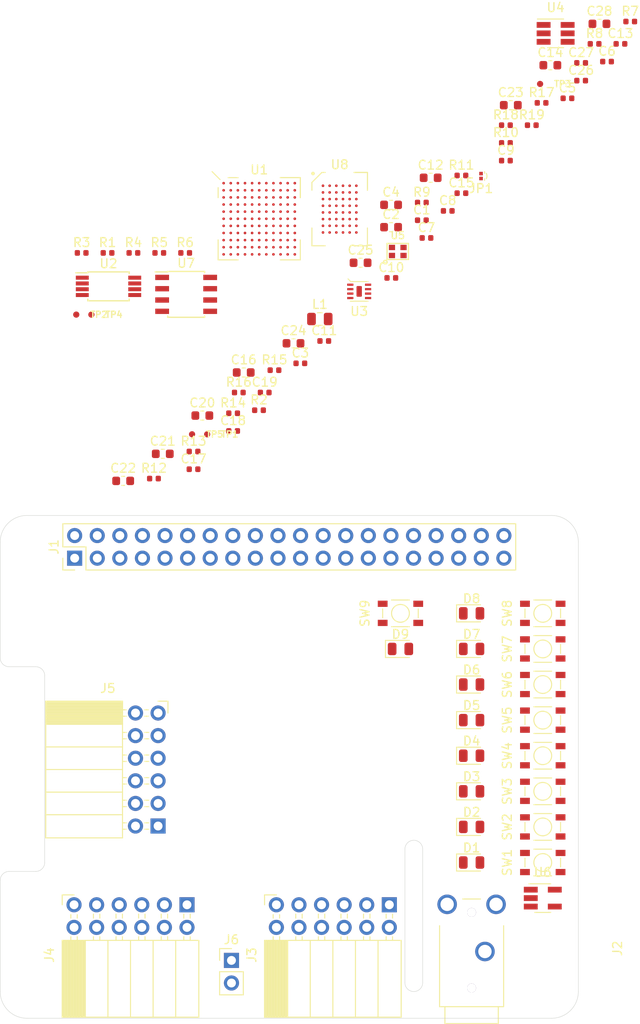
<source format=kicad_pcb>
(kicad_pcb (version 20171130) (host pcbnew 5.1.2+dfsg1-1)
  (layers (0 F.Cu signal) (1 In1.Cu power) (2 In2.Cu power) (31 B.Cu signal) (34 B.Paste user) (35 F.Paste user) (36 B.SilkS user) (37 F.SilkS user) (38 B.Mask user) (39 F.Mask user) (44 Edge.Cuts user))
  (net 0 "")
  (net 1 GND)
  (net 2 +1V2)
  (net 3 "Net-(C2-Pad2)")
  (net 4 "Net-(C2-Pad1)")
  (net 5 "Net-(C4-Pad2)")
  (net 6 "Net-(C4-Pad1)")
  (net 7 +3V3)
  (net 8 +5V)
  (net 9 "Net-(C13-Pad2)")
  (net 10 "Net-(C18-Pad1)")
  (net 11 "Net-(C19-Pad1)")
  (net 12 "Net-(C20-Pad1)")
  (net 13 "Net-(C21-Pad1)")
  (net 14 +3.3VDAC)
  (net 15 "Net-(D1-Pad1)")
  (net 16 /LED0)
  (net 17 /LED1)
  (net 18 "Net-(D2-Pad1)")
  (net 19 "Net-(D3-Pad1)")
  (net 20 /LED2)
  (net 21 /LED3)
  (net 22 "Net-(D4-Pad1)")
  (net 23 /LED4)
  (net 24 "Net-(D5-Pad1)")
  (net 25 "Net-(D6-Pad1)")
  (net 26 /LED5)
  (net 27 /LED6)
  (net 28 "Net-(D7-Pad1)")
  (net 29 "Net-(D8-Pad1)")
  (net 30 /LED7)
  (net 31 /GP13_FPGA_CDONE)
  (net 32 "Net-(J1-Pad3)")
  (net 33 "Net-(J1-Pad5)")
  (net 34 "Net-(J1-Pad7)")
  (net 35 /GP14_UART_TXD)
  (net 36 /GP15_UART_RXD)
  (net 37 "Net-(J1-Pad11)")
  (net 38 "Net-(J1-Pad12)")
  (net 39 /GP27_SDIO_DAT3)
  (net 40 /GP22_SDIO_CLK)
  (net 41 /GP23_SDIO_CMD)
  (net 42 /GP24_SDIO_DAT0)
  (net 43 /GP10_SPI_MOSI)
  (net 44 /GP9_SPI_MISO)
  (net 45 /GP25_SDIO_DAT1)
  (net 46 /GP11_SPI_SCK)
  (net 47 /GP8_SPI_~CS)
  (net 48 "Net-(J1-Pad26)")
  (net 49 /ID_SD)
  (net 50 /ID_SC)
  (net 51 "Net-(J1-Pad29)")
  (net 52 "Net-(J1-Pad31)")
  (net 53 /GP12_FPGA_~RST)
  (net 54 "Net-(J1-Pad35)")
  (net 55 "Net-(J1-Pad36)")
  (net 56 /GP26_SDIO_DAT2)
  (net 57 "Net-(J1-Pad38)")
  (net 58 "Net-(J1-Pad40)")
  (net 59 /IO0_0)
  (net 60 /IO0_1)
  (net 61 /IO0_2)
  (net 62 /IO0_3)
  (net 63 /IO0_4)
  (net 64 /IO0_5)
  (net 65 /IO0_6)
  (net 66 /IO0_7)
  (net 67 /IO1_7)
  (net 68 /IO1_6)
  (net 69 /IO1_5)
  (net 70 /IO1_4)
  (net 71 /IO1_3)
  (net 72 /IO1_2)
  (net 73 /IO1_1)
  (net 74 /IO1_0)
  (net 75 /IO2_0)
  (net 76 /IO2_1)
  (net 77 /IO2_2)
  (net 78 /IO2_3)
  (net 79 /IO2_4)
  (net 80 /IO2_5)
  (net 81 /IO2_6)
  (net 82 /IO2_7)
  (net 83 "Net-(JP1-Pad1)")
  (net 84 "Net-(L1-Pad1)")
  (net 85 "Net-(R6-Pad2)")
  (net 86 "Net-(R7-Pad2)")
  (net 87 /SW0)
  (net 88 /SW1)
  (net 89 /SW2)
  (net 90 /SW3)
  (net 91 /SW4)
  (net 92 /SW5)
  (net 93 /SW6)
  (net 94 /SW7)
  (net 95 /SRAM_DQ0)
  (net 96 /SRAM_DQ5)
  (net 97 /SRAM_DQ7)
  (net 98 /SRAM_DQ6)
  (net 99 /SRAM_DQ12)
  (net 100 /SRAM_A9)
  (net 101 /SRAM_A2)
  (net 102 /SRAM_A4)
  (net 103 /SRAM_A5)
  (net 104 /SRAM_A10)
  (net 105 /SRAM_DQ1)
  (net 106 /SRAM_DQ4)
  (net 107 /SRAM_DQ8)
  (net 108 /SRAM_DQ10)
  (net 109 /SRAM_DQ13)
  (net 110 /SRAM_DQ15)
  (net 111 /SRAM_A3)
  (net 112 /SRAM_A7)
  (net 113 /SRAM_A6)
  (net 114 /SRAM_A12)
  (net 115 /SRAM_DQ3)
  (net 116 /SRAM_DQ9)
  (net 117 /SRAM_DQ11)
  (net 118 /SRAM_A8)
  (net 119 /SRAM_A0)
  (net 120 /SRAM_A1)
  (net 121 /SRAM_A11)
  (net 122 /SRAM_A13)
  (net 123 /SRAM_A15)
  (net 124 /SRAM_DQ2)
  (net 125 /SRAM_DQ14)
  (net 126 /SRAM_A14)
  (net 127 /SRAM_A17)
  (net 128 /SRAM_A16)
  (net 129 /SRAM_~WE)
  (net 130 /SRAM_~OE)
  (net 131 /SRAM_~LB)
  (net 132 /SRAM_~UB)
  (net 133 /AUDIO_R_PWM)
  (net 134 "Net-(U1-PadB10)")
  (net 135 /CLK_OSC)
  (net 136 /AUDIO_L_PWM)
  (module fpga_hat:MOUNTHOLE_M2.5 (layer F.Cu) (at 161.5 83.5)
    (fp_text reference REF** hide)
    (fp_text value MOUNTHOLE_M2.5 hide)
    (pad "" np_thru_hole circle (at 0 0) (size 2.75 2.75) (drill 2.75) (layers *.Cu *.Mask) (thermal_gap 1.9))
  )
  (module fpga_hat:MOUNTHOLE_M2.5 (layer F.Cu) (at 161.5 133)
    (fp_text reference REF** hide)
    (fp_text value MOUNTHOLE_M2.5 hide)
    (pad "" np_thru_hole circle (at 0 0) (size 2.75 2.75) (drill 2.75) (layers *.Cu *.Mask) (thermal_gap 1.9))
  )
  (module fpga_hat:MOUNTHOLE_M2.5 (layer F.Cu) (at 103.5 133)
    (fp_text reference REF** hide)
    (fp_text value MOUNTHOLE_M2.5 hide)
    (pad "" np_thru_hole circle (at 0 0) (size 2.75 2.75) (drill 2.75) (layers *.Cu *.Mask) (thermal_gap 1.9))
  )
  (module fpga_hat:MOUNTHOLE_M2.5 (layer F.Cu) (at 103.5 83.5)
    (fp_text reference REF** hide)
    (fp_text value MOUNTHOLE_M2.5 hide)
    (pad "" np_thru_hole circle (at 0 0) (size 2.75 2.75) (drill 2.75) (layers *.Cu *.Mask) (thermal_gap 1.9))
  )
  (module Capacitor_SMD:C_0402_1005Metric (layer F.Cu) (at 147.405001 46.825001)
    (fp_text reference C1 (at 0 -1.17) (layer F.SilkS))
    (fp_text value 100n)
    (pad 2 smd roundrect (at 0.485 0) (size 0.59 0.64) (layers F.Cu F.Paste F.Mask) (net 1 GND))
    (pad 1 smd roundrect (at -0.485 0) (size 0.59 0.64) (layers F.Cu F.Paste F.Mask) (net 2 +1V2))
  )
  (module Capacitor_SMD:C_0603_1608Metric (layer F.Cu) (at 143.945001 47.605001)
    (fp_text reference C2 (at 0 -1.43) (layer F.SilkS))
    (fp_text value 4u7)
    (pad 2 smd roundrect (at 0.7875 0) (size 0.875 0.95) (layers F.Cu F.Paste F.Mask) (net 3 "Net-(C2-Pad2)"))
    (pad 1 smd roundrect (at -0.7875 0) (size 0.875 0.95) (layers F.Cu F.Paste F.Mask) (net 4 "Net-(C2-Pad1)"))
  )
  (module Capacitor_SMD:C_0402_1005Metric (layer F.Cu) (at 133.745001 62.905001)
    (fp_text reference C3 (at 0 -1.17) (layer F.SilkS))
    (fp_text value 100n)
    (pad 1 smd roundrect (at -0.485 0) (size 0.59 0.64) (layers F.Cu F.Paste F.Mask) (net 2 +1V2))
    (pad 2 smd roundrect (at 0.485 0) (size 0.59 0.64) (layers F.Cu F.Paste F.Mask) (net 1 GND))
  )
  (module Capacitor_SMD:C_0603_1608Metric (layer F.Cu) (at 143.945001 45.095001)
    (fp_text reference C4 (at 0 -1.43) (layer F.SilkS))
    (fp_text value 4u7)
    (pad 1 smd roundrect (at -0.7875 0) (size 0.875 0.95) (layers F.Cu F.Paste F.Mask) (net 6 "Net-(C4-Pad1)"))
    (pad 2 smd roundrect (at 0.7875 0) (size 0.875 0.95) (layers F.Cu F.Paste F.Mask) (net 5 "Net-(C4-Pad2)"))
  )
  (module Capacitor_SMD:C_0402_1005Metric (layer F.Cu) (at 163.775001 33.125001)
    (fp_text reference C5 (at 0 -1.17) (layer F.SilkS))
    (fp_text value 100n)
    (pad 1 smd roundrect (at -0.485 0) (size 0.59 0.64) (layers F.Cu F.Paste F.Mask) (net 2 +1V2))
    (pad 2 smd roundrect (at 0.485 0) (size 0.59 0.64) (layers F.Cu F.Paste F.Mask) (net 1 GND))
  )
  (module Capacitor_SMD:C_0402_1005Metric (layer F.Cu) (at 168.225001 28.995001)
    (fp_text reference C6 (at 0 -1.17) (layer F.SilkS))
    (fp_text value 100n)
    (pad 2 smd roundrect (at 0.485 0) (size 0.59 0.64) (layers F.Cu F.Paste F.Mask) (net 1 GND))
    (pad 1 smd roundrect (at -0.485 0) (size 0.59 0.64) (layers F.Cu F.Paste F.Mask) (net 2 +1V2))
  )
  (module Capacitor_SMD:C_0402_1005Metric (layer F.Cu) (at 147.925001 48.815001)
    (fp_text reference C7 (at 0 -1.17) (layer F.SilkS))
    (fp_text value 100n)
    (pad 2 smd roundrect (at 0.485 0) (size 0.59 0.64) (layers F.Cu F.Paste F.Mask) (net 1 GND))
    (pad 1 smd roundrect (at -0.485 0) (size 0.59 0.64) (layers F.Cu F.Paste F.Mask) (net 7 +3V3))
  )
  (module Capacitor_SMD:C_0402_1005Metric (layer F.Cu) (at 150.315001 45.775001)
    (fp_text reference C8 (at 0 -1.17) (layer F.SilkS))
    (fp_text value 100n)
    (pad 2 smd roundrect (at 0.485 0) (size 0.59 0.64) (layers F.Cu F.Paste F.Mask) (net 1 GND))
    (pad 1 smd roundrect (at -0.485 0) (size 0.59 0.64) (layers F.Cu F.Paste F.Mask) (net 7 +3V3))
  )
  (module Capacitor_SMD:C_0402_1005Metric (layer F.Cu) (at 156.855001 40.125001)
    (fp_text reference C9 (at 0 -1.17) (layer F.SilkS))
    (fp_text value 100n)
    (pad 2 smd roundrect (at 0.485 0) (size 0.59 0.64) (layers F.Cu F.Paste F.Mask) (net 1 GND))
    (pad 1 smd roundrect (at -0.485 0) (size 0.59 0.64) (layers F.Cu F.Paste F.Mask) (net 7 +3V3))
  )
  (module Capacitor_SMD:C_0402_1005Metric (layer F.Cu) (at 143.975001 53.305001)
    (fp_text reference C10 (at 0 -1.17) (layer F.SilkS))
    (fp_text value 100n)
    (pad 2 smd roundrect (at 0.485 0) (size 0.59 0.64) (layers F.Cu F.Paste F.Mask) (net 1 GND))
    (pad 1 smd roundrect (at -0.485 0) (size 0.59 0.64) (layers F.Cu F.Paste F.Mask) (net 7 +3V3))
  )
  (module Capacitor_SMD:C_0402_1005Metric (layer F.Cu) (at 136.435001 60.395001)
    (fp_text reference C11 (at 0 -1.17) (layer F.SilkS))
    (fp_text value 100n)
    (pad 1 smd roundrect (at -0.485 0) (size 0.59 0.64) (layers F.Cu F.Paste F.Mask) (net 7 +3V3))
    (pad 2 smd roundrect (at 0.485 0) (size 0.59 0.64) (layers F.Cu F.Paste F.Mask) (net 1 GND))
  )
  (module Capacitor_SMD:C_0603_1608Metric (layer F.Cu) (at 148.395001 42.055001)
    (fp_text reference C12 (at 0 -1.43) (layer F.SilkS))
    (fp_text value 4u7)
    (pad 2 smd roundrect (at 0.7875 0) (size 0.875 0.95) (layers F.Cu F.Paste F.Mask) (net 1 GND))
    (pad 1 smd roundrect (at -0.7875 0) (size 0.875 0.95) (layers F.Cu F.Paste F.Mask) (net 8 +5V))
  )
  (module Capacitor_SMD:C_0402_1005Metric (layer F.Cu) (at 169.735001 27.005001)
    (fp_text reference C13 (at 0 -1.17) (layer F.SilkS))
    (fp_text value 560p)
    (pad 1 smd roundrect (at -0.485 0) (size 0.59 0.64) (layers F.Cu F.Paste F.Mask) (net 2 +1V2))
    (pad 2 smd roundrect (at 0.485 0) (size 0.59 0.64) (layers F.Cu F.Paste F.Mask) (net 9 "Net-(C13-Pad2)"))
  )
  (module Capacitor_SMD:C_0603_1608Metric (layer F.Cu) (at 161.855001 29.405001)
    (fp_text reference C14 (at 0 -1.43) (layer F.SilkS))
    (fp_text value 4u7)
    (pad 2 smd roundrect (at 0.7875 0) (size 0.875 0.95) (layers F.Cu F.Paste F.Mask) (net 1 GND))
    (pad 1 smd roundrect (at -0.7875 0) (size 0.875 0.95) (layers F.Cu F.Paste F.Mask) (net 2 +1V2))
  )
  (module Capacitor_SMD:C_0402_1005Metric (layer F.Cu) (at 151.855001 43.785001)
    (fp_text reference C15 (at 0 -1.17) (layer F.SilkS))
    (fp_text value 100n)
    (pad 2 smd roundrect (at 0.485 0) (size 0.59 0.64) (layers F.Cu F.Paste F.Mask) (net 1 GND))
    (pad 1 smd roundrect (at -0.485 0) (size 0.59 0.64) (layers F.Cu F.Paste F.Mask) (net 7 +3V3))
  )
  (module Capacitor_SMD:C_0603_1608Metric (layer F.Cu) (at 127.375001 63.935001)
    (fp_text reference C16 (at 0 -1.43) (layer F.SilkS))
    (fp_text value 1u)
    (pad 1 smd roundrect (at -0.7875 0) (size 0.875 0.95) (layers F.Cu F.Paste F.Mask) (net 8 +5V))
    (pad 2 smd roundrect (at 0.7875 0) (size 0.875 0.95) (layers F.Cu F.Paste F.Mask) (net 1 GND))
  )
  (module Capacitor_SMD:C_0402_1005Metric (layer F.Cu) (at 121.735001 74.805001)
    (fp_text reference C17 (at 0 -1.17) (layer F.SilkS))
    (fp_text value 100n)
    (pad 1 smd roundrect (at -0.485 0) (size 0.59 0.64) (layers F.Cu F.Paste F.Mask) (net 7 +3V3))
    (pad 2 smd roundrect (at 0.485 0) (size 0.59 0.64) (layers F.Cu F.Paste F.Mask) (net 1 GND))
  )
  (module Capacitor_SMD:C_0402_1005Metric (layer F.Cu) (at 126.185001 70.505001)
    (fp_text reference C18 (at 0 -1.17) (layer F.SilkS))
    (fp_text value 100n)
    (pad 1 smd roundrect (at -0.485 0) (size 0.59 0.64) (layers F.Cu F.Paste F.Mask) (net 10 "Net-(C18-Pad1)"))
    (pad 2 smd roundrect (at 0.485 0) (size 0.59 0.64) (layers F.Cu F.Paste F.Mask) (net 1 GND))
  )
  (module Capacitor_SMD:C_0402_1005Metric (layer F.Cu) (at 129.735001 66.185001)
    (fp_text reference C19 (at 0 -1.17) (layer F.SilkS))
    (fp_text value 100n)
    (pad 1 smd roundrect (at -0.485 0) (size 0.59 0.64) (layers F.Cu F.Paste F.Mask) (net 11 "Net-(C19-Pad1)"))
    (pad 2 smd roundrect (at 0.485 0) (size 0.59 0.64) (layers F.Cu F.Paste F.Mask) (net 1 GND))
  )
  (module Capacitor_SMD:C_0603_1608Metric (layer F.Cu) (at 122.725001 68.775001)
    (fp_text reference C20 (at 0 -1.43) (layer F.SilkS))
    (fp_text value 4u7)
    (pad 1 smd roundrect (at -0.7875 0) (size 0.875 0.95) (layers F.Cu F.Paste F.Mask) (net 12 "Net-(C20-Pad1)"))
    (pad 2 smd roundrect (at 0.7875 0) (size 0.875 0.95) (layers F.Cu F.Paste F.Mask) (net 10 "Net-(C18-Pad1)"))
  )
  (module Capacitor_SMD:C_0603_1608Metric (layer F.Cu) (at 118.275001 73.075001)
    (fp_text reference C21 (at 0 -1.43) (layer F.SilkS))
    (fp_text value 4u7)
    (pad 1 smd roundrect (at -0.7875 0) (size 0.875 0.95) (layers F.Cu F.Paste F.Mask) (net 13 "Net-(C21-Pad1)"))
    (pad 2 smd roundrect (at 0.7875 0) (size 0.875 0.95) (layers F.Cu F.Paste F.Mask) (net 11 "Net-(C19-Pad1)"))
  )
  (module Capacitor_SMD:C_0603_1608Metric (layer F.Cu) (at 113.825001 76.115001)
    (fp_text reference C22 (at 0 -1.43) (layer F.SilkS))
    (fp_text value 1u)
    (pad 2 smd roundrect (at 0.7875 0) (size 0.875 0.95) (layers F.Cu F.Paste F.Mask) (net 1 GND))
    (pad 1 smd roundrect (at -0.7875 0) (size 0.875 0.95) (layers F.Cu F.Paste F.Mask) (net 14 +3.3VDAC))
  )
  (module Capacitor_SMD:C_0603_1608Metric (layer F.Cu) (at 157.405001 33.895001)
    (fp_text reference C23 (at 0 -1.43) (layer F.SilkS))
    (fp_text value 1u)
    (pad 2 smd roundrect (at 0.7875 0) (size 0.875 0.95) (layers F.Cu F.Paste F.Mask) (net 1 GND))
    (pad 1 smd roundrect (at -0.7875 0) (size 0.875 0.95) (layers F.Cu F.Paste F.Mask) (net 7 +3V3))
  )
  (module Capacitor_SMD:C_0603_1608Metric (layer F.Cu) (at 132.975001 60.655001)
    (fp_text reference C24 (at 0 -1.43) (layer F.SilkS))
    (fp_text value 1u)
    (pad 1 smd roundrect (at -0.7875 0) (size 0.875 0.95) (layers F.Cu F.Paste F.Mask) (net 7 +3V3))
    (pad 2 smd roundrect (at 0.7875 0) (size 0.875 0.95) (layers F.Cu F.Paste F.Mask) (net 1 GND))
  )
  (module Capacitor_SMD:C_0603_1608Metric (layer F.Cu) (at 140.515001 51.605001)
    (fp_text reference C25 (at 0 -1.43) (layer F.SilkS))
    (fp_text value 1u)
    (pad 2 smd roundrect (at 0.7875 0) (size 0.875 0.95) (layers F.Cu F.Paste F.Mask) (net 1 GND))
    (pad 1 smd roundrect (at -0.7875 0) (size 0.875 0.95) (layers F.Cu F.Paste F.Mask) (net 7 +3V3))
  )
  (module Capacitor_SMD:C_0402_1005Metric (layer F.Cu) (at 165.315001 31.135001)
    (fp_text reference C26 (at 0 -1.17) (layer F.SilkS))
    (fp_text value 100n)
    (pad 1 smd roundrect (at -0.485 0) (size 0.59 0.64) (layers F.Cu F.Paste F.Mask) (net 7 +3V3))
    (pad 2 smd roundrect (at 0.485 0) (size 0.59 0.64) (layers F.Cu F.Paste F.Mask) (net 1 GND))
  )
  (module Capacitor_SMD:C_0402_1005Metric (layer F.Cu) (at 165.315001 29.145001)
    (fp_text reference C27 (at 0 -1.17) (layer F.SilkS))
    (fp_text value 100n)
    (pad 2 smd roundrect (at 0.485 0) (size 0.59 0.64) (layers F.Cu F.Paste F.Mask) (net 1 GND))
    (pad 1 smd roundrect (at -0.485 0) (size 0.59 0.64) (layers F.Cu F.Paste F.Mask) (net 7 +3V3))
  )
  (module Capacitor_SMD:C_0603_1608Metric (layer F.Cu) (at 167.375001 24.755001)
    (fp_text reference C28 (at 0 -1.43) (layer F.SilkS))
    (fp_text value 1u)
    (pad 1 smd roundrect (at -0.7875 0) (size 0.875 0.95) (layers F.Cu F.Paste F.Mask) (net 8 +5V))
    (pad 2 smd roundrect (at 0.7875 0) (size 0.875 0.95) (layers F.Cu F.Paste F.Mask) (net 1 GND))
  )
  (module LED_SMD:LED_0805_2012Metric (layer F.Cu) (at 153 119)
    (fp_text reference D1 (at 0 -1.65) (layer F.SilkS))
    (fp_text value LED)
    (pad 1 smd roundrect (at -0.9375 0) (size 0.975 1.4) (layers F.Cu F.Paste F.Mask) (net 15 "Net-(D1-Pad1)"))
    (pad 2 smd roundrect (at 0.9375 0) (size 0.975 1.4) (layers F.Cu F.Paste F.Mask) (net 16 /LED0))
  )
  (module LED_SMD:LED_0805_2012Metric (layer F.Cu) (at 153 115)
    (fp_text reference D2 (at 0 -1.65) (layer F.SilkS))
    (fp_text value LED)
    (pad 1 smd roundrect (at -0.9375 0) (size 0.975 1.4) (layers F.Cu F.Paste F.Mask) (net 18 "Net-(D2-Pad1)"))
    (pad 2 smd roundrect (at 0.9375 0) (size 0.975 1.4) (layers F.Cu F.Paste F.Mask) (net 17 /LED1))
  )
  (module LED_SMD:LED_0805_2012Metric (layer F.Cu) (at 153 111)
    (fp_text reference D3 (at 0 -1.65) (layer F.SilkS))
    (fp_text value LED)
    (pad 2 smd roundrect (at 0.9375 0) (size 0.975 1.4) (layers F.Cu F.Paste F.Mask) (net 20 /LED2))
    (pad 1 smd roundrect (at -0.9375 0) (size 0.975 1.4) (layers F.Cu F.Paste F.Mask) (net 19 "Net-(D3-Pad1)"))
  )
  (module LED_SMD:LED_0805_2012Metric (layer F.Cu) (at 153 107)
    (fp_text reference D4 (at 0 -1.65) (layer F.SilkS))
    (fp_text value LED)
    (pad 1 smd roundrect (at -0.9375 0) (size 0.975 1.4) (layers F.Cu F.Paste F.Mask) (net 22 "Net-(D4-Pad1)"))
    (pad 2 smd roundrect (at 0.9375 0) (size 0.975 1.4) (layers F.Cu F.Paste F.Mask) (net 21 /LED3))
  )
  (module LED_SMD:LED_0805_2012Metric (layer F.Cu) (at 153 103)
    (fp_text reference D5 (at 0 -1.65) (layer F.SilkS))
    (fp_text value LED)
    (pad 2 smd roundrect (at 0.9375 0) (size 0.975 1.4) (layers F.Cu F.Paste F.Mask) (net 23 /LED4))
    (pad 1 smd roundrect (at -0.9375 0) (size 0.975 1.4) (layers F.Cu F.Paste F.Mask) (net 24 "Net-(D5-Pad1)"))
  )
  (module LED_SMD:LED_0805_2012Metric (layer F.Cu) (at 153 99)
    (fp_text reference D6 (at 0 -1.65) (layer F.SilkS))
    (fp_text value LED)
    (pad 1 smd roundrect (at -0.9375 0) (size 0.975 1.4) (layers F.Cu F.Paste F.Mask) (net 25 "Net-(D6-Pad1)"))
    (pad 2 smd roundrect (at 0.9375 0) (size 0.975 1.4) (layers F.Cu F.Paste F.Mask) (net 26 /LED5))
  )
  (module LED_SMD:LED_0805_2012Metric (layer F.Cu) (at 153 95)
    (fp_text reference D7 (at 0 -1.65) (layer F.SilkS))
    (fp_text value LED)
    (pad 2 smd roundrect (at 0.9375 0) (size 0.975 1.4) (layers F.Cu F.Paste F.Mask) (net 27 /LED6))
    (pad 1 smd roundrect (at -0.9375 0) (size 0.975 1.4) (layers F.Cu F.Paste F.Mask) (net 28 "Net-(D7-Pad1)"))
  )
  (module LED_SMD:LED_0805_2012Metric (layer F.Cu) (at 153 91)
    (fp_text reference D8 (at 0 -1.65) (layer F.SilkS))
    (fp_text value LED)
    (pad 1 smd roundrect (at -0.9375 0) (size 0.975 1.4) (layers F.Cu F.Paste F.Mask) (net 29 "Net-(D8-Pad1)"))
    (pad 2 smd roundrect (at 0.9375 0) (size 0.975 1.4) (layers F.Cu F.Paste F.Mask) (net 30 /LED7))
  )
  (module LED_SMD:LED_0805_2012Metric (layer F.Cu) (at 145 95)
    (fp_text reference D9 (at 0 -1.65) (layer F.SilkS))
    (fp_text value LED)
    (pad 2 smd roundrect (at 0.9375 0) (size 0.975 1.4) (layers F.Cu F.Paste F.Mask) (net 31 /GP13_FPGA_CDONE))
    (pad 1 smd roundrect (at -0.9375 0) (size 0.975 1.4) (layers F.Cu F.Paste F.Mask) (net 1 GND))
  )
  (module Connector_PinHeader_2.54mm:PinHeader_2x20_P2.54mm_Vertical (layer F.Cu) (at 108.37 84.8 90)
    (fp_text reference J1 (at 1.27 -2.33 90) (layer F.SilkS))
    (fp_text value 2x20)
    (pad 1 thru_hole rect (at 0 0 90) (size 1.7 1.7) (drill 1) (layers *.Cu *.Mask) (net 7 +3V3))
    (pad 2 thru_hole oval (at 2.54 0 90) (size 1.7 1.7) (drill 1) (layers *.Cu *.Mask) (net 8 +5V))
    (pad 3 thru_hole oval (at 0 2.54 90) (size 1.7 1.7) (drill 1) (layers *.Cu *.Mask) (net 32 "Net-(J1-Pad3)"))
    (pad 4 thru_hole oval (at 2.54 2.54 90) (size 1.7 1.7) (drill 1) (layers *.Cu *.Mask) (net 8 +5V))
    (pad 5 thru_hole oval (at 0 5.08 90) (size 1.7 1.7) (drill 1) (layers *.Cu *.Mask) (net 33 "Net-(J1-Pad5)"))
    (pad 6 thru_hole oval (at 2.54 5.08 90) (size 1.7 1.7) (drill 1) (layers *.Cu *.Mask) (net 1 GND))
    (pad 7 thru_hole oval (at 0 7.62 90) (size 1.7 1.7) (drill 1) (layers *.Cu *.Mask) (net 34 "Net-(J1-Pad7)"))
    (pad 8 thru_hole oval (at 2.54 7.62 90) (size 1.7 1.7) (drill 1) (layers *.Cu *.Mask) (net 35 /GP14_UART_TXD))
    (pad 9 thru_hole oval (at 0 10.16 90) (size 1.7 1.7) (drill 1) (layers *.Cu *.Mask) (net 1 GND))
    (pad 10 thru_hole oval (at 2.54 10.16 90) (size 1.7 1.7) (drill 1) (layers *.Cu *.Mask) (net 36 /GP15_UART_RXD))
    (pad 11 thru_hole oval (at 0 12.7 90) (size 1.7 1.7) (drill 1) (layers *.Cu *.Mask) (net 37 "Net-(J1-Pad11)"))
    (pad 12 thru_hole oval (at 2.54 12.7 90) (size 1.7 1.7) (drill 1) (layers *.Cu *.Mask) (net 38 "Net-(J1-Pad12)"))
    (pad 13 thru_hole oval (at 0 15.24 90) (size 1.7 1.7) (drill 1) (layers *.Cu *.Mask) (net 39 /GP27_SDIO_DAT3))
    (pad 14 thru_hole oval (at 2.54 15.24 90) (size 1.7 1.7) (drill 1) (layers *.Cu *.Mask) (net 1 GND))
    (pad 15 thru_hole oval (at 0 17.78 90) (size 1.7 1.7) (drill 1) (layers *.Cu *.Mask) (net 40 /GP22_SDIO_CLK))
    (pad 16 thru_hole oval (at 2.54 17.78 90) (size 1.7 1.7) (drill 1) (layers *.Cu *.Mask) (net 41 /GP23_SDIO_CMD))
    (pad 17 thru_hole oval (at 0 20.32 90) (size 1.7 1.7) (drill 1) (layers *.Cu *.Mask) (net 7 +3V3))
    (pad 18 thru_hole oval (at 2.54 20.32 90) (size 1.7 1.7) (drill 1) (layers *.Cu *.Mask) (net 42 /GP24_SDIO_DAT0))
    (pad 19 thru_hole oval (at 0 22.86 90) (size 1.7 1.7) (drill 1) (layers *.Cu *.Mask) (net 43 /GP10_SPI_MOSI))
    (pad 20 thru_hole oval (at 2.54 22.86 90) (size 1.7 1.7) (drill 1) (layers *.Cu *.Mask) (net 1 GND))
    (pad 21 thru_hole oval (at 0 25.4 90) (size 1.7 1.7) (drill 1) (layers *.Cu *.Mask) (net 44 /GP9_SPI_MISO))
    (pad 22 thru_hole oval (at 2.54 25.4 90) (size 1.7 1.7) (drill 1) (layers *.Cu *.Mask) (net 45 /GP25_SDIO_DAT1))
    (pad 23 thru_hole oval (at 0 27.94 90) (size 1.7 1.7) (drill 1) (layers *.Cu *.Mask) (net 46 /GP11_SPI_SCK))
    (pad 24 thru_hole oval (at 2.54 27.94 90) (size 1.7 1.7) (drill 1) (layers *.Cu *.Mask) (net 47 /GP8_SPI_~CS))
    (pad 25 thru_hole oval (at 0 30.48 90) (size 1.7 1.7) (drill 1) (layers *.Cu *.Mask) (net 1 GND))
    (pad 26 thru_hole oval (at 2.54 30.48 90) (size 1.7 1.7) (drill 1) (layers *.Cu *.Mask) (net 48 "Net-(J1-Pad26)"))
    (pad 27 thru_hole oval (at 0 33.02 90) (size 1.7 1.7) (drill 1) (layers *.Cu *.Mask) (net 49 /ID_SD))
    (pad 28 thru_hole oval (at 2.54 33.02 90) (size 1.7 1.7) (drill 1) (layers *.Cu *.Mask) (net 50 /ID_SC))
    (pad 29 thru_hole oval (at 0 35.56 90) (size 1.7 1.7) (drill 1) (layers *.Cu *.Mask) (net 51 "Net-(J1-Pad29)"))
    (pad 30 thru_hole oval (at 2.54 35.56 90) (size 1.7 1.7) (drill 1) (layers *.Cu *.Mask) (net 1 GND))
    (pad 31 thru_hole oval (at 0 38.1 90) (size 1.7 1.7) (drill 1) (layers *.Cu *.Mask) (net 52 "Net-(J1-Pad31)"))
    (pad 32 thru_hole oval (at 2.54 38.1 90) (size 1.7 1.7) (drill 1) (layers *.Cu *.Mask) (net 53 /GP12_FPGA_~RST))
    (pad 33 thru_hole oval (at 0 40.64 90) (size 1.7 1.7) (drill 1) (layers *.Cu *.Mask) (net 31 /GP13_FPGA_CDONE))
    (pad 34 thru_hole oval (at 2.54 40.64 90) (size 1.7 1.7) (drill 1) (layers *.Cu *.Mask) (net 1 GND))
    (pad 35 thru_hole oval (at 0 43.18 90) (size 1.7 1.7) (drill 1) (layers *.Cu *.Mask) (net 54 "Net-(J1-Pad35)"))
    (pad 36 thru_hole oval (at 2.54 43.18 90) (size 1.7 1.7) (drill 1) (layers *.Cu *.Mask) (net 55 "Net-(J1-Pad36)"))
    (pad 37 thru_hole oval (at 0 45.72 90) (size 1.7 1.7) (drill 1) (layers *.Cu *.Mask) (net 56 /GP26_SDIO_DAT2))
    (pad 38 thru_hole oval (at 2.54 45.72 90) (size 1.7 1.7) (drill 1) (layers *.Cu *.Mask) (net 57 "Net-(J1-Pad38)"))
    (pad 39 thru_hole oval (at 0 48.26 90) (size 1.7 1.7) (drill 1) (layers *.Cu *.Mask) (net 1 GND))
    (pad 40 thru_hole oval (at 2.54 48.26 90) (size 1.7 1.7) (drill 1) (layers *.Cu *.Mask) (net 58 "Net-(J1-Pad40)"))
  )
  (module fpga_hat:STX-3000_TRS_3.5mm (layer F.Cu) (at 153 129 90)
    (fp_text reference J2 (at 0.35 16.4 90) (layer F.SilkS))
    (fp_text value AudioJack3)
    (pad ~ thru_hole circle (at -4.1 0 90) (size 1 1) (drill 1) (layers *.Cu *.Mask))
    (pad ~ thru_hole circle (at 4.4 0 90) (size 1 1) (drill 1) (layers *.Cu *.Mask))
    (pad S thru_hole circle (at 0 1.5 90) (size 2.2 2.2) (drill 1.5) (layers *.Cu *.Mask) (net 1 GND))
    (pad R thru_hole circle (at 5.3 -2.75 90) (size 2.2 2.2) (drill 1.5) (layers *.Cu *.Mask) (net 13 "Net-(C21-Pad1)"))
    (pad T thru_hole circle (at 5.3 2.75 90) (size 2.2 2.2) (drill 1.5) (layers *.Cu *.Mask) (net 12 "Net-(C20-Pad1)"))
  )
  (module fpga_hat:PinSocket_2x06_P2.54mm_Horizontal (layer F.Cu) (at 143.75 123.75 90)
    (fp_text reference J3 (at -5.65 -15.47 90) (layer F.SilkS))
    (fp_text value Conn_02x06_Top_Bottom)
    (pad 6 thru_hole circle (at 0 -12.7 90) (size 1.7 1.7) (drill 1) (layers *.Cu *.Mask) (net 7 +3V3))
    (pad 12 thru_hole oval (at -2.54 -12.7 90) (size 1.7 1.7) (drill 1) (layers *.Cu *.Mask) (net 7 +3V3))
    (pad 5 thru_hole oval (at 0 -10.16 90) (size 1.7 1.7) (drill 1) (layers *.Cu *.Mask) (net 1 GND))
    (pad 11 thru_hole oval (at -2.54 -10.16 90) (size 1.7 1.7) (drill 1) (layers *.Cu *.Mask) (net 1 GND))
    (pad 4 thru_hole oval (at 0 -7.62 90) (size 1.7 1.7) (drill 1) (layers *.Cu *.Mask) (net 62 /IO0_3))
    (pad 10 thru_hole oval (at -2.54 -7.62 90) (size 1.7 1.7) (drill 1) (layers *.Cu *.Mask) (net 66 /IO0_7))
    (pad 3 thru_hole oval (at 0 -5.08 90) (size 1.7 1.7) (drill 1) (layers *.Cu *.Mask) (net 61 /IO0_2))
    (pad 9 thru_hole oval (at -2.54 -5.08 90) (size 1.7 1.7) (drill 1) (layers *.Cu *.Mask) (net 65 /IO0_6))
    (pad 2 thru_hole oval (at 0 -2.54 90) (size 1.7 1.7) (drill 1) (layers *.Cu *.Mask) (net 60 /IO0_1))
    (pad 8 thru_hole oval (at -2.54 -2.54 90) (size 1.7 1.7) (drill 1) (layers *.Cu *.Mask) (net 64 /IO0_5))
    (pad 1 thru_hole rect (at 0 0 90) (size 1.7 1.7) (drill 1) (layers *.Cu *.Mask) (net 59 /IO0_0))
    (pad 7 thru_hole oval (at -2.54 0 90) (size 1.7 1.7) (drill 1) (layers *.Cu *.Mask) (net 63 /IO0_4))
  )
  (module fpga_hat:PinSocket_2x06_P2.54mm_Horizontal (layer F.Cu) (at 121 123.75 90)
    (fp_text reference J4 (at -5.65 -15.47 90) (layer F.SilkS))
    (fp_text value Conn_02x06_Top_Bottom)
    (pad 7 thru_hole oval (at -2.54 0 90) (size 1.7 1.7) (drill 1) (layers *.Cu *.Mask) (net 70 /IO1_4))
    (pad 1 thru_hole rect (at 0 0 90) (size 1.7 1.7) (drill 1) (layers *.Cu *.Mask) (net 74 /IO1_0))
    (pad 8 thru_hole oval (at -2.54 -2.54 90) (size 1.7 1.7) (drill 1) (layers *.Cu *.Mask) (net 69 /IO1_5))
    (pad 2 thru_hole oval (at 0 -2.54 90) (size 1.7 1.7) (drill 1) (layers *.Cu *.Mask) (net 73 /IO1_1))
    (pad 9 thru_hole oval (at -2.54 -5.08 90) (size 1.7 1.7) (drill 1) (layers *.Cu *.Mask) (net 68 /IO1_6))
    (pad 3 thru_hole oval (at 0 -5.08 90) (size 1.7 1.7) (drill 1) (layers *.Cu *.Mask) (net 72 /IO1_2))
    (pad 10 thru_hole oval (at -2.54 -7.62 90) (size 1.7 1.7) (drill 1) (layers *.Cu *.Mask) (net 67 /IO1_7))
    (pad 4 thru_hole oval (at 0 -7.62 90) (size 1.7 1.7) (drill 1) (layers *.Cu *.Mask) (net 71 /IO1_3))
    (pad 11 thru_hole oval (at -2.54 -10.16 90) (size 1.7 1.7) (drill 1) (layers *.Cu *.Mask) (net 1 GND))
    (pad 5 thru_hole oval (at 0 -10.16 90) (size 1.7 1.7) (drill 1) (layers *.Cu *.Mask) (net 1 GND))
    (pad 12 thru_hole oval (at -2.54 -12.7 90) (size 1.7 1.7) (drill 1) (layers *.Cu *.Mask) (net 7 +3V3))
    (pad 6 thru_hole circle (at 0 -12.7 90) (size 1.7 1.7) (drill 1) (layers *.Cu *.Mask) (net 7 +3V3))
  )
  (module fpga_hat:PinSocket_2x06_P2.54mm_Horizontal (layer F.Cu) (at 117.75 114.9)
    (fp_text reference J5 (at -5.65 -15.47) (layer F.SilkS))
    (fp_text value Conn_02x06_Top_Bottom)
    (pad 6 thru_hole circle (at 0 -12.7) (size 1.7 1.7) (drill 1) (layers *.Cu *.Mask) (net 7 +3V3))
    (pad 12 thru_hole oval (at -2.54 -12.7) (size 1.7 1.7) (drill 1) (layers *.Cu *.Mask) (net 7 +3V3))
    (pad 5 thru_hole oval (at 0 -10.16) (size 1.7 1.7) (drill 1) (layers *.Cu *.Mask) (net 1 GND))
    (pad 11 thru_hole oval (at -2.54 -10.16) (size 1.7 1.7) (drill 1) (layers *.Cu *.Mask) (net 1 GND))
    (pad 4 thru_hole oval (at 0 -7.62) (size 1.7 1.7) (drill 1) (layers *.Cu *.Mask) (net 78 /IO2_3))
    (pad 10 thru_hole oval (at -2.54 -7.62) (size 1.7 1.7) (drill 1) (layers *.Cu *.Mask) (net 82 /IO2_7))
    (pad 3 thru_hole oval (at 0 -5.08) (size 1.7 1.7) (drill 1) (layers *.Cu *.Mask) (net 77 /IO2_2))
    (pad 9 thru_hole oval (at -2.54 -5.08) (size 1.7 1.7) (drill 1) (layers *.Cu *.Mask) (net 81 /IO2_6))
    (pad 2 thru_hole oval (at 0 -2.54) (size 1.7 1.7) (drill 1) (layers *.Cu *.Mask) (net 76 /IO2_1))
    (pad 8 thru_hole oval (at -2.54 -2.54) (size 1.7 1.7) (drill 1) (layers *.Cu *.Mask) (net 80 /IO2_5))
    (pad 1 thru_hole rect (at 0 0) (size 1.7 1.7) (drill 1) (layers *.Cu *.Mask) (net 75 /IO2_0))
    (pad 7 thru_hole oval (at -2.54 0) (size 1.7 1.7) (drill 1) (layers *.Cu *.Mask) (net 79 /IO2_4))
  )
  (module Connector_PinHeader_2.54mm:PinHeader_1x02_P2.54mm_Vertical (layer F.Cu) (at 126 130)
    (fp_text reference J6 (at 0 -2.33) (layer F.SilkS))
    (fp_text value Conn_01x02)
    (pad 1 thru_hole rect (at 0 0) (size 1.7 1.7) (drill 1) (layers *.Cu *.Mask) (net 8 +5V))
    (pad 2 thru_hole oval (at 0 2.54) (size 1.7 1.7) (drill 1) (layers *.Cu *.Mask) (net 1 GND))
  )
  (module fpga_hat:SOLDER_JUMP (layer F.Cu) (at 154.06 41.860001)
    (fp_text reference JP1 (at 0 1.4) (layer F.SilkS))
    (fp_text value "Solder jumper")
    (pad 1 smd rect (at 0 -0.275) (size 0.4 0.4) (layers F.Cu F.Paste F.Mask) (net 83 "Net-(JP1-Pad1)"))
    (pad 2 smd rect (at 0 0.275) (size 0.4 0.4) (layers F.Cu F.Paste F.Mask) (net 1 GND))
  )
  (module Inductor_SMD:L_0805_2012Metric (layer F.Cu) (at 135.935001 57.925001)
    (fp_text reference L1 (at 0 -1.65) (layer F.SilkS))
    (fp_text value 1u)
    (pad 1 smd roundrect (at -0.9375 0) (size 0.975 1.4) (layers F.Cu F.Paste F.Mask) (net 84 "Net-(L1-Pad1)"))
    (pad 2 smd roundrect (at 0.9375 0) (size 0.975 1.4) (layers F.Cu F.Paste F.Mask) (net 2 +1V2))
  )
  (module Resistor_SMD:R_0402_1005Metric (layer F.Cu) (at 112.065001 50.495001)
    (fp_text reference R1 (at 0 -1.17) (layer F.SilkS))
    (fp_text value 100)
    (pad 1 smd roundrect (at -0.485 0) (size 0.59 0.64) (layers F.Cu F.Paste F.Mask) (net 6 "Net-(C4-Pad1)"))
    (pad 2 smd roundrect (at 0.485 0) (size 0.59 0.64) (layers F.Cu F.Paste F.Mask) (net 2 +1V2))
  )
  (module Resistor_SMD:R_0402_1005Metric (layer F.Cu) (at 129.095001 68.175001)
    (fp_text reference R2 (at 0 -1.17) (layer F.SilkS))
    (fp_text value 100)
    (pad 2 smd roundrect (at 0.485 0) (size 0.59 0.64) (layers F.Cu F.Paste F.Mask) (net 2 +1V2))
    (pad 1 smd roundrect (at -0.485 0) (size 0.59 0.64) (layers F.Cu F.Paste F.Mask) (net 4 "Net-(C2-Pad1)"))
  )
  (module Resistor_SMD:R_0402_1005Metric (layer F.Cu) (at 109.155001 50.495001)
    (fp_text reference R3 (at 0 -1.17) (layer F.SilkS))
    (fp_text value 470)
    (pad 1 smd roundrect (at -0.485 0) (size 0.59 0.64) (layers F.Cu F.Paste F.Mask) (net 7 +3V3))
    (pad 2 smd roundrect (at 0.485 0) (size 0.59 0.64) (layers F.Cu F.Paste F.Mask) (net 83 "Net-(JP1-Pad1)"))
  )
  (module Resistor_SMD:R_0402_1005Metric (layer F.Cu) (at 114.975001 50.495001)
    (fp_text reference R4 (at 0 -1.17) (layer F.SilkS))
    (fp_text value 4k7)
    (pad 1 smd roundrect (at -0.485 0) (size 0.59 0.64) (layers F.Cu F.Paste F.Mask) (net 7 +3V3))
    (pad 2 smd roundrect (at 0.485 0) (size 0.59 0.64) (layers F.Cu F.Paste F.Mask) (net 50 /ID_SC))
  )
  (module Resistor_SMD:R_0402_1005Metric (layer F.Cu) (at 117.885001 50.495001)
    (fp_text reference R5 (at 0 -1.17) (layer F.SilkS))
    (fp_text value 4k7)
    (pad 2 smd roundrect (at 0.485 0) (size 0.59 0.64) (layers F.Cu F.Paste F.Mask) (net 50 /ID_SC))
    (pad 1 smd roundrect (at -0.485 0) (size 0.59 0.64) (layers F.Cu F.Paste F.Mask) (net 7 +3V3))
  )
  (module Resistor_SMD:R_0402_1005Metric (layer F.Cu) (at 120.795001 50.495001)
    (fp_text reference R6 (at 0 -1.17) (layer F.SilkS))
    (fp_text value 220)
    (pad 2 smd roundrect (at 0.485 0) (size 0.59 0.64) (layers F.Cu F.Paste F.Mask) (net 85 "Net-(R6-Pad2)"))
    (pad 1 smd roundrect (at -0.485 0) (size 0.59 0.64) (layers F.Cu F.Paste F.Mask) (net 10 "Net-(C18-Pad1)"))
  )
  (module Resistor_SMD:R_0402_1005Metric (layer F.Cu) (at 170.835001 24.495001)
    (fp_text reference R7 (at 0 -1.17) (layer F.SilkS))
    (fp_text value 220)
    (pad 2 smd roundrect (at 0.485 0) (size 0.59 0.64) (layers F.Cu F.Paste F.Mask) (net 86 "Net-(R7-Pad2)"))
    (pad 1 smd roundrect (at -0.485 0) (size 0.59 0.64) (layers F.Cu F.Paste F.Mask) (net 11 "Net-(C19-Pad1)"))
  )
  (module Resistor_SMD:R_0402_1005Metric (layer F.Cu) (at 166.825001 27.005001)
    (fp_text reference R8 (at 0 -1.17) (layer F.SilkS))
    (fp_text value 100)
    (pad 1 smd roundrect (at -0.485 0) (size 0.59 0.64) (layers F.Cu F.Paste F.Mask) (net 10 "Net-(C18-Pad1)"))
    (pad 2 smd roundrect (at 0.485 0) (size 0.59 0.64) (layers F.Cu F.Paste F.Mask) (net 1 GND))
  )
  (module Resistor_SMD:R_0402_1005Metric (layer F.Cu) (at 147.405001 44.835001)
    (fp_text reference R9 (at 0 -1.17) (layer F.SilkS))
    (fp_text value 100)
    (pad 1 smd roundrect (at -0.485 0) (size 0.59 0.64) (layers F.Cu F.Paste F.Mask) (net 11 "Net-(C19-Pad1)"))
    (pad 2 smd roundrect (at 0.485 0) (size 0.59 0.64) (layers F.Cu F.Paste F.Mask) (net 1 GND))
  )
  (module Resistor_SMD:R_0402_1005Metric (layer F.Cu) (at 156.855001 38.135001)
    (fp_text reference R10 (at 0 -1.17) (layer F.SilkS))
    (fp_text value 470)
    (pad 1 smd roundrect (at -0.485 0) (size 0.59 0.64) (layers F.Cu F.Paste F.Mask) (net 1 GND))
    (pad 2 smd roundrect (at 0.485 0) (size 0.59 0.64) (layers F.Cu F.Paste F.Mask) (net 15 "Net-(D1-Pad1)"))
  )
  (module Resistor_SMD:R_0402_1005Metric (layer F.Cu) (at 151.855001 41.795001)
    (fp_text reference R11 (at 0 -1.17) (layer F.SilkS))
    (fp_text value 470)
    (pad 1 smd roundrect (at -0.485 0) (size 0.59 0.64) (layers F.Cu F.Paste F.Mask) (net 1 GND))
    (pad 2 smd roundrect (at 0.485 0) (size 0.59 0.64) (layers F.Cu F.Paste F.Mask) (net 18 "Net-(D2-Pad1)"))
  )
  (module Resistor_SMD:R_0402_1005Metric (layer F.Cu) (at 117.285001 75.855001)
    (fp_text reference R12 (at 0 -1.17) (layer F.SilkS))
    (fp_text value 470)
    (pad 2 smd roundrect (at 0.485 0) (size 0.59 0.64) (layers F.Cu F.Paste F.Mask) (net 19 "Net-(D3-Pad1)"))
    (pad 1 smd roundrect (at -0.485 0) (size 0.59 0.64) (layers F.Cu F.Paste F.Mask) (net 1 GND))
  )
  (module Resistor_SMD:R_0402_1005Metric (layer F.Cu) (at 121.735001 72.815001)
    (fp_text reference R13 (at 0 -1.17) (layer F.SilkS))
    (fp_text value 470)
    (pad 1 smd roundrect (at -0.485 0) (size 0.59 0.64) (layers F.Cu F.Paste F.Mask) (net 1 GND))
    (pad 2 smd roundrect (at 0.485 0) (size 0.59 0.64) (layers F.Cu F.Paste F.Mask) (net 22 "Net-(D4-Pad1)"))
  )
  (module Resistor_SMD:R_0402_1005Metric (layer F.Cu) (at 126.185001 68.515001)
    (fp_text reference R14 (at 0 -1.17) (layer F.SilkS))
    (fp_text value 470)
    (pad 2 smd roundrect (at 0.485 0) (size 0.59 0.64) (layers F.Cu F.Paste F.Mask) (net 24 "Net-(D5-Pad1)"))
    (pad 1 smd roundrect (at -0.485 0) (size 0.59 0.64) (layers F.Cu F.Paste F.Mask) (net 1 GND))
  )
  (module Resistor_SMD:R_0402_1005Metric (layer F.Cu) (at 130.835001 63.675001)
    (fp_text reference R15 (at 0 -1.17) (layer F.SilkS))
    (fp_text value 470)
    (pad 2 smd roundrect (at 0.485 0) (size 0.59 0.64) (layers F.Cu F.Paste F.Mask) (net 25 "Net-(D6-Pad1)"))
    (pad 1 smd roundrect (at -0.485 0) (size 0.59 0.64) (layers F.Cu F.Paste F.Mask) (net 1 GND))
  )
  (module Resistor_SMD:R_0402_1005Metric (layer F.Cu) (at 126.825001 66.185001)
    (fp_text reference R16 (at 0 -1.17) (layer F.SilkS))
    (fp_text value 470)
    (pad 1 smd roundrect (at -0.485 0) (size 0.59 0.64) (layers F.Cu F.Paste F.Mask) (net 1 GND))
    (pad 2 smd roundrect (at 0.485 0) (size 0.59 0.64) (layers F.Cu F.Paste F.Mask) (net 28 "Net-(D7-Pad1)"))
  )
  (module Resistor_SMD:R_0402_1005Metric (layer F.Cu) (at 160.865001 33.635001)
    (fp_text reference R17 (at 0 -1.17) (layer F.SilkS))
    (fp_text value 470)
    (pad 2 smd roundrect (at 0.485 0) (size 0.59 0.64) (layers F.Cu F.Paste F.Mask) (net 29 "Net-(D8-Pad1)"))
    (pad 1 smd roundrect (at -0.485 0) (size 0.59 0.64) (layers F.Cu F.Paste F.Mask) (net 1 GND))
  )
  (module Resistor_SMD:R_0402_1005Metric (layer F.Cu) (at 156.855001 36.145001)
    (fp_text reference R18 (at 0 -1.17) (layer F.SilkS))
    (fp_text value 470)
    (pad 1 smd roundrect (at -0.485 0) (size 0.59 0.64) (layers F.Cu F.Paste F.Mask) (net 31 /GP13_FPGA_CDONE))
    (pad 2 smd roundrect (at 0.485 0) (size 0.59 0.64) (layers F.Cu F.Paste F.Mask) (net 7 +3V3))
  )
  (module Resistor_SMD:R_0402_1005Metric (layer F.Cu) (at 159.765001 36.145001)
    (fp_text reference R19 (at 0 -1.17) (layer F.SilkS))
    (fp_text value 4k7)
    (pad 2 smd roundrect (at 0.485 0) (size 0.59 0.64) (layers F.Cu F.Paste F.Mask) (net 53 /GP12_FPGA_~RST))
    (pad 1 smd roundrect (at -0.485 0) (size 0.59 0.64) (layers F.Cu F.Paste F.Mask) (net 7 +3V3))
  )
  (module fpga_hat:PTS815 (layer F.Cu) (at 161 119 270)
    (fp_text reference SW1 (at 0 4 270) (layer F.SilkS))
    (fp_text value PTS815)
    (pad ~ smd rect (at -1.075 2) (size 1.1 0.7) (layers F.Cu F.Paste F.Mask))
    (pad ~ smd rect (at 1.075 2) (size 1.1 0.7) (layers F.Cu F.Paste F.Mask))
    (pad 2 smd rect (at 1.075 -2) (size 1.1 0.7) (layers F.Cu F.Paste F.Mask) (net 1 GND))
    (pad 1 smd rect (at -1.075 -2) (size 1.1 0.7) (layers F.Cu F.Paste F.Mask) (net 87 /SW0))
  )
  (module fpga_hat:PTS815 (layer F.Cu) (at 161 115 270)
    (fp_text reference SW2 (at 0 4 270) (layer F.SilkS))
    (fp_text value PTS815)
    (pad 1 smd rect (at -1.075 -2) (size 1.1 0.7) (layers F.Cu F.Paste F.Mask) (net 88 /SW1))
    (pad 2 smd rect (at 1.075 -2) (size 1.1 0.7) (layers F.Cu F.Paste F.Mask) (net 1 GND))
    (pad ~ smd rect (at 1.075 2) (size 1.1 0.7) (layers F.Cu F.Paste F.Mask))
    (pad ~ smd rect (at -1.075 2) (size 1.1 0.7) (layers F.Cu F.Paste F.Mask))
  )
  (module fpga_hat:PTS815 (layer F.Cu) (at 161 111 270)
    (fp_text reference SW3 (at 0 4 270) (layer F.SilkS))
    (fp_text value PTS815)
    (pad ~ smd rect (at -1.075 2) (size 1.1 0.7) (layers F.Cu F.Paste F.Mask))
    (pad ~ smd rect (at 1.075 2) (size 1.1 0.7) (layers F.Cu F.Paste F.Mask))
    (pad 2 smd rect (at 1.075 -2) (size 1.1 0.7) (layers F.Cu F.Paste F.Mask) (net 1 GND))
    (pad 1 smd rect (at -1.075 -2) (size 1.1 0.7) (layers F.Cu F.Paste F.Mask) (net 89 /SW2))
  )
  (module fpga_hat:PTS815 (layer F.Cu) (at 161 107 270)
    (fp_text reference SW4 (at 0 4 270) (layer F.SilkS))
    (fp_text value PTS815)
    (pad ~ smd rect (at -1.075 2) (size 1.1 0.7) (layers F.Cu F.Paste F.Mask))
    (pad ~ smd rect (at 1.075 2) (size 1.1 0.7) (layers F.Cu F.Paste F.Mask))
    (pad 2 smd rect (at 1.075 -2) (size 1.1 0.7) (layers F.Cu F.Paste F.Mask) (net 1 GND))
    (pad 1 smd rect (at -1.075 -2) (size 1.1 0.7) (layers F.Cu F.Paste F.Mask) (net 90 /SW3))
  )
  (module fpga_hat:PTS815 (layer F.Cu) (at 161 103 270)
    (fp_text reference SW5 (at 0 4 270) (layer F.SilkS))
    (fp_text value PTS815)
    (pad 1 smd rect (at -1.075 -2) (size 1.1 0.7) (layers F.Cu F.Paste F.Mask) (net 91 /SW4))
    (pad 2 smd rect (at 1.075 -2) (size 1.1 0.7) (layers F.Cu F.Paste F.Mask) (net 1 GND))
    (pad ~ smd rect (at 1.075 2) (size 1.1 0.7) (layers F.Cu F.Paste F.Mask))
    (pad ~ smd rect (at -1.075 2) (size 1.1 0.7) (layers F.Cu F.Paste F.Mask))
  )
  (module fpga_hat:PTS815 (layer F.Cu) (at 161 99 270)
    (fp_text reference SW6 (at 0 4 270) (layer F.SilkS))
    (fp_text value PTS815)
    (pad 1 smd rect (at -1.075 -2) (size 1.1 0.7) (layers F.Cu F.Paste F.Mask) (net 92 /SW5))
    (pad 2 smd rect (at 1.075 -2) (size 1.1 0.7) (layers F.Cu F.Paste F.Mask) (net 1 GND))
    (pad ~ smd rect (at 1.075 2) (size 1.1 0.7) (layers F.Cu F.Paste F.Mask))
    (pad ~ smd rect (at -1.075 2) (size 1.1 0.7) (layers F.Cu F.Paste F.Mask))
  )
  (module fpga_hat:PTS815 (layer F.Cu) (at 161 95 270)
    (fp_text reference SW7 (at 0 4 270) (layer F.SilkS))
    (fp_text value PTS815)
    (pad ~ smd rect (at -1.075 2) (size 1.1 0.7) (layers F.Cu F.Paste F.Mask))
    (pad ~ smd rect (at 1.075 2) (size 1.1 0.7) (layers F.Cu F.Paste F.Mask))
    (pad 2 smd rect (at 1.075 -2) (size 1.1 0.7) (layers F.Cu F.Paste F.Mask) (net 1 GND))
    (pad 1 smd rect (at -1.075 -2) (size 1.1 0.7) (layers F.Cu F.Paste F.Mask) (net 93 /SW6))
  )
  (module fpga_hat:PTS815 (layer F.Cu) (at 161 91 270)
    (fp_text reference SW8 (at 0 4 270) (layer F.SilkS))
    (fp_text value PTS815)
    (pad 1 smd rect (at -1.075 -2) (size 1.1 0.7) (layers F.Cu F.Paste F.Mask) (net 94 /SW7))
    (pad 2 smd rect (at 1.075 -2) (size 1.1 0.7) (layers F.Cu F.Paste F.Mask) (net 1 GND))
    (pad ~ smd rect (at 1.075 2) (size 1.1 0.7) (layers F.Cu F.Paste F.Mask))
    (pad ~ smd rect (at -1.075 2) (size 1.1 0.7) (layers F.Cu F.Paste F.Mask))
  )
  (module fpga_hat:PTS815 (layer F.Cu) (at 145 91 270)
    (fp_text reference SW9 (at 0 4 270) (layer F.SilkS))
    (fp_text value PTS815)
    (pad ~ smd rect (at -1.075 2) (size 1.1 0.7) (layers F.Cu F.Paste F.Mask))
    (pad ~ smd rect (at 1.075 2) (size 1.1 0.7) (layers F.Cu F.Paste F.Mask))
    (pad 2 smd rect (at 1.075 -2) (size 1.1 0.7) (layers F.Cu F.Paste F.Mask) (net 1 GND))
    (pad 1 smd rect (at -1.075 -2) (size 1.1 0.7) (layers F.Cu F.Paste F.Mask) (net 53 /GP12_FPGA_~RST))
  )
  (module fpga_hat:Testpoint_d0.7mm (layer F.Cu) (at 123.27 70.88)
    (fp_text reference TP1 (at 2.54 0) (layer F.SilkS) (effects (font (size 0.7 0.7))))
    (fp_text value TestPoint)
    (pad 1 smd circle (at 0 0) (size 0.7 0.7) (layers F.Cu F.Mask) (net 83 "Net-(JP1-Pad1)"))
  )
  (module fpga_hat:Testpoint_d0.7mm (layer F.Cu) (at 108.55 57.43)
    (fp_text reference TP2 (at 2.54 0) (layer F.SilkS) (effects (font (size 0.7 0.7))))
    (fp_text value TestPoint)
    (pad 1 smd circle (at 0 0) (size 0.7 0.7) (layers F.Cu F.Mask) (net 2 +1V2))
  )
  (module fpga_hat:Testpoint_d0.7mm (layer F.Cu) (at 160.7 31.51)
    (fp_text reference TP3 (at 2.54 0) (layer F.SilkS) (effects (font (size 0.7 0.7))))
    (fp_text value TestPoint)
    (pad 1 smd circle (at 0 0) (size 0.7 0.7) (layers F.Cu F.Mask) (net 14 +3.3VDAC))
  )
  (module fpga_hat:Testpoint_d0.7mm (layer F.Cu) (at 110.25 57.43)
    (fp_text reference TP4 (at 2.54 0) (layer F.SilkS) (effects (font (size 0.7 0.7))))
    (fp_text value TestPoint)
    (pad 1 smd circle (at 0 0) (size 0.7 0.7) (layers F.Cu F.Mask) (net 31 /GP13_FPGA_CDONE))
  )
  (module fpga_hat:Testpoint_d0.7mm (layer F.Cu) (at 121.57 70.88)
    (fp_text reference TP5 (at 2.54 0) (layer F.SilkS) (effects (font (size 0.7 0.7))))
    (fp_text value TestPoint)
    (pad 1 smd circle (at 0 0) (size 0.7 0.7) (layers F.Cu F.Mask) (net 53 /GP12_FPGA_~RST))
  )
  (module fpga_hat:BGA-121_11x11_9.0x9.0mm (layer F.Cu) (at 129.120001 46.660001)
    (fp_text reference U1 (at 0 -5.5) (layer F.SilkS))
    (fp_text value iCE40-HX8k-BG121)
    (pad A1 smd circle (at -4 -4) (size 0.3 0.3) (layers F.Cu F.Paste F.Mask) (net 79 /IO2_4))
    (pad B1 smd circle (at -4 -3.2) (size 0.3 0.3) (layers F.Cu F.Paste F.Mask) (net 95 /SRAM_DQ0))
    (pad C1 smd circle (at -4 -2.4) (size 0.3 0.3) (layers F.Cu F.Paste F.Mask) (net 96 /SRAM_DQ5))
    (pad D1 smd circle (at -4 -1.6) (size 0.3 0.3) (layers F.Cu F.Paste F.Mask) (net 97 /SRAM_DQ7))
    (pad E1 smd circle (at -4 -0.8) (size 0.3 0.3) (layers F.Cu F.Paste F.Mask) (net 98 /SRAM_DQ6))
    (pad F1 smd circle (at -4 0) (size 0.3 0.3) (layers F.Cu F.Paste F.Mask) (net 99 /SRAM_DQ12))
    (pad G1 smd circle (at -4 0.8) (size 0.3 0.3) (layers F.Cu F.Paste F.Mask) (net 100 /SRAM_A9))
    (pad H1 smd circle (at -4 1.6) (size 0.3 0.3) (layers F.Cu F.Paste F.Mask) (net 101 /SRAM_A2))
    (pad J1 smd circle (at -4 2.4) (size 0.3 0.3) (layers F.Cu F.Paste F.Mask) (net 102 /SRAM_A4))
    (pad K1 smd circle (at -4 3.2) (size 0.3 0.3) (layers F.Cu F.Paste F.Mask) (net 103 /SRAM_A5))
    (pad L1 smd circle (at -4 4) (size 0.3 0.3) (layers F.Cu F.Paste F.Mask) (net 104 /SRAM_A10))
    (pad A2 smd circle (at -3.2 -4) (size 0.3 0.3) (layers F.Cu F.Paste F.Mask) (net 77 /IO2_2))
    (pad B2 smd circle (at -3.2 -3.2) (size 0.3 0.3) (layers F.Cu F.Paste F.Mask) (net 105 /SRAM_DQ1))
    (pad C2 smd circle (at -3.2 -2.4) (size 0.3 0.3) (layers F.Cu F.Paste F.Mask) (net 106 /SRAM_DQ4))
    (pad D2 smd circle (at -3.2 -1.6) (size 0.3 0.3) (layers F.Cu F.Paste F.Mask) (net 107 /SRAM_DQ8))
    (pad E2 smd circle (at -3.2 -0.8) (size 0.3 0.3) (layers F.Cu F.Paste F.Mask) (net 108 /SRAM_DQ10))
    (pad F2 smd circle (at -3.2 0) (size 0.3 0.3) (layers F.Cu F.Paste F.Mask) (net 109 /SRAM_DQ13))
    (pad G2 smd circle (at -3.2 0.8) (size 0.3 0.3) (layers F.Cu F.Paste F.Mask) (net 110 /SRAM_DQ15))
    (pad H2 smd circle (at -3.2 1.6) (size 0.3 0.3) (layers F.Cu F.Paste F.Mask) (net 111 /SRAM_A3))
    (pad J2 smd circle (at -3.2 2.4) (size 0.3 0.3) (layers F.Cu F.Paste F.Mask) (net 112 /SRAM_A7))
    (pad K2 smd circle (at -3.2 3.2) (size 0.3 0.3) (layers F.Cu F.Paste F.Mask) (net 113 /SRAM_A6))
    (pad L2 smd circle (at -3.2 4) (size 0.3 0.3) (layers F.Cu F.Paste F.Mask) (net 114 /SRAM_A12))
    (pad A3 smd circle (at -2.4 -4) (size 0.3 0.3) (layers F.Cu F.Paste F.Mask) (net 78 /IO2_3))
    (pad B3 smd circle (at -2.4 -3.2) (size 0.3 0.3) (layers F.Cu F.Paste F.Mask) (net 76 /IO2_1))
    (pad C3 smd circle (at -2.4 -2.4) (size 0.3 0.3) (layers F.Cu F.Paste F.Mask) (net 115 /SRAM_DQ3))
    (pad D3 smd circle (at -2.4 -1.6) (size 0.3 0.3) (layers F.Cu F.Paste F.Mask) (net 116 /SRAM_DQ9))
    (pad E3 smd circle (at -2.4 -0.8) (size 0.3 0.3) (layers F.Cu F.Paste F.Mask) (net 117 /SRAM_DQ11))
    (pad F3 smd circle (at -2.4 0) (size 0.3 0.3) (layers F.Cu F.Paste F.Mask) (net 118 /SRAM_A8))
    (pad G3 smd circle (at -2.4 0.8) (size 0.3 0.3) (layers F.Cu F.Paste F.Mask) (net 119 /SRAM_A0))
    (pad H3 smd circle (at -2.4 1.6) (size 0.3 0.3) (layers F.Cu F.Paste F.Mask) (net 120 /SRAM_A1))
    (pad J3 smd circle (at -2.4 2.4) (size 0.3 0.3) (layers F.Cu F.Paste F.Mask) (net 121 /SRAM_A11))
    (pad K3 smd circle (at -2.4 3.2) (size 0.3 0.3) (layers F.Cu F.Paste F.Mask) (net 122 /SRAM_A13))
    (pad L3 smd circle (at -2.4 4) (size 0.3 0.3) (layers F.Cu F.Paste F.Mask) (net 123 /SRAM_A15))
    (pad A4 smd circle (at -1.6 -4) (size 0.3 0.3) (layers F.Cu F.Paste F.Mask) (net 68 /IO1_6))
    (pad B4 smd circle (at -1.6 -3.2) (size 0.3 0.3) (layers F.Cu F.Paste F.Mask) (net 75 /IO2_0))
    (pad C4 smd circle (at -1.6 -2.4) (size 0.3 0.3) (layers F.Cu F.Paste F.Mask) (net 124 /SRAM_DQ2))
    (pad D4 smd circle (at -1.6 -1.6) (size 0.3 0.3) (layers F.Cu F.Paste F.Mask) (net 2 +1V2))
    (pad E4 smd circle (at -1.6 -0.8) (size 0.3 0.3) (layers F.Cu F.Paste F.Mask) (net 7 +3V3))
    (pad F4 smd circle (at -1.6 0) (size 0.3 0.3) (layers F.Cu F.Paste F.Mask) (net 125 /SRAM_DQ14))
    (pad G4 smd circle (at -1.6 0.8) (size 0.3 0.3) (layers F.Cu F.Paste F.Mask) (net 7 +3V3))
    (pad H4 smd circle (at -1.6 1.6) (size 0.3 0.3) (layers F.Cu F.Paste F.Mask) (net 2 +1V2))
    (pad J4 smd circle (at -1.6 2.4) (size 0.3 0.3) (layers F.Cu F.Paste F.Mask) (net 126 /SRAM_A14))
    (pad K4 smd circle (at -1.6 3.2) (size 0.3 0.3) (layers F.Cu F.Paste F.Mask) (net 127 /SRAM_A17))
    (pad L4 smd circle (at -1.6 4) (size 0.3 0.3) (layers F.Cu F.Paste F.Mask) (net 128 /SRAM_A16))
    (pad A5 smd circle (at -0.8 -4) (size 0.3 0.3) (layers F.Cu F.Paste F.Mask) (net 70 /IO1_4))
    (pad B5 smd circle (at -0.8 -3.2) (size 0.3 0.3) (layers F.Cu F.Paste F.Mask) (net 69 /IO1_5))
    (pad C5 smd circle (at -0.8 -2.4) (size 0.3 0.3) (layers F.Cu F.Paste F.Mask) (net 5 "Net-(C4-Pad2)"))
    (pad D5 smd circle (at -0.8 -1.6) (size 0.3 0.3) (layers F.Cu F.Paste F.Mask) (net 67 /IO1_7))
    (pad E5 smd circle (at -0.8 -0.8) (size 0.3 0.3) (layers F.Cu F.Paste F.Mask) (net 1 GND))
    (pad F5 smd circle (at -0.8 0) (size 0.3 0.3) (layers F.Cu F.Paste F.Mask) (net 1 GND))
    (pad G5 smd circle (at -0.8 0.8) (size 0.3 0.3) (layers F.Cu F.Paste F.Mask) (net 1 GND))
    (pad H5 smd circle (at -0.8 1.6) (size 0.3 0.3) (layers F.Cu F.Paste F.Mask) (net 1 GND))
    (pad J5 smd circle (at -0.8 2.4) (size 0.3 0.3) (layers F.Cu F.Paste F.Mask) (net 129 /SRAM_~WE))
    (pad K5 smd circle (at -0.8 3.2) (size 0.3 0.3) (layers F.Cu F.Paste F.Mask) (net 130 /SRAM_~OE))
    (pad L5 smd circle (at -0.8 4) (size 0.3 0.3) (layers F.Cu F.Paste F.Mask) (net 56 /GP26_SDIO_DAT2))
    (pad A6 smd circle (at 0 -4) (size 0.3 0.3) (layers F.Cu F.Paste F.Mask) (net 71 /IO1_3))
    (pad B6 smd circle (at 0 -3.2) (size 0.3 0.3) (layers F.Cu F.Paste F.Mask) (net 81 /IO2_6))
    (pad C6 smd circle (at 0 -2.4) (size 0.3 0.3) (layers F.Cu F.Paste F.Mask) (net 6 "Net-(C4-Pad1)"))
    (pad D6 smd circle (at 0 -1.6) (size 0.3 0.3) (layers F.Cu F.Paste F.Mask) (net 7 +3V3))
    (pad E6 smd circle (at 0 -0.8) (size 0.3 0.3) (layers F.Cu F.Paste F.Mask) (net 1 GND))
    (pad F6 smd circle (at 0 0) (size 0.3 0.3) (layers F.Cu F.Paste F.Mask) (net 1 GND))
    (pad G6 smd circle (at 0 0.8) (size 0.3 0.3) (layers F.Cu F.Paste F.Mask) (net 1 GND))
    (pad H6 smd circle (at 0 1.6) (size 0.3 0.3) (layers F.Cu F.Paste F.Mask) (net 7 +3V3))
    (pad J6 smd circle (at 0 2.4) (size 0.3 0.3) (layers F.Cu F.Paste F.Mask) (net 4 "Net-(C2-Pad1)"))
    (pad K6 smd circle (at 0 3.2) (size 0.3 0.3) (layers F.Cu F.Paste F.Mask) (net 39 /GP27_SDIO_DAT3))
    (pad L6 smd circle (at 0 4) (size 0.3 0.3) (layers F.Cu F.Paste F.Mask) (net 3 "Net-(C2-Pad2)"))
    (pad A7 smd circle (at 0.8 -4) (size 0.3 0.3) (layers F.Cu F.Paste F.Mask) (net 72 /IO1_2))
    (pad B7 smd circle (at 0.8 -3.2) (size 0.3 0.3) (layers F.Cu F.Paste F.Mask) (net 80 /IO2_5))
    (pad C7 smd circle (at 0.8 -2.4) (size 0.3 0.3) (layers F.Cu F.Paste F.Mask) (net 73 /IO1_1))
    (pad D7 smd circle (at 0.8 -1.6) (size 0.3 0.3) (layers F.Cu F.Paste F.Mask) (net 66 /IO0_7))
    (pad E7 smd circle (at 0.8 -0.8) (size 0.3 0.3) (layers F.Cu F.Paste F.Mask) (net 1 GND))
    (pad F7 smd circle (at 0.8 0) (size 0.3 0.3) (layers F.Cu F.Paste F.Mask) (net 1 GND))
    (pad G7 smd circle (at 0.8 0.8) (size 0.3 0.3) (layers F.Cu F.Paste F.Mask) (net 1 GND))
    (pad H7 smd circle (at 0.8 1.6) (size 0.3 0.3) (layers F.Cu F.Paste F.Mask) (net 131 /SRAM_~LB))
    (pad J7 smd circle (at 0.8 2.4) (size 0.3 0.3) (layers F.Cu F.Paste F.Mask) (net 132 /SRAM_~UB))
    (pad K7 smd circle (at 0.8 3.2) (size 0.3 0.3) (layers F.Cu F.Paste F.Mask) (net 133 /AUDIO_R_PWM))
    (pad L7 smd circle (at 0.8 4) (size 0.3 0.3) (layers F.Cu F.Paste F.Mask) (net 41 /GP23_SDIO_CMD))
    (pad A8 smd circle (at 1.6 -4) (size 0.3 0.3) (layers F.Cu F.Paste F.Mask) (net 74 /IO1_0))
    (pad B8 smd circle (at 1.6 -3.2) (size 0.3 0.3) (layers F.Cu F.Paste F.Mask) (net 63 /IO0_4))
    (pad C8 smd circle (at 1.6 -2.4) (size 0.3 0.3) (layers F.Cu F.Paste F.Mask) (net 65 /IO0_6))
    (pad D8 smd circle (at 1.6 -1.6) (size 0.3 0.3) (layers F.Cu F.Paste F.Mask) (net 2 +1V2))
    (pad E8 smd circle (at 1.6 -0.8) (size 0.3 0.3) (layers F.Cu F.Paste F.Mask) (net 90 /SW3))
    (pad F8 smd circle (at 1.6 0) (size 0.3 0.3) (layers F.Cu F.Paste F.Mask) (net 7 +3V3))
    (pad G8 smd circle (at 1.6 0.8) (size 0.3 0.3) (layers F.Cu F.Paste F.Mask) (net 21 /LED3))
    (pad H8 smd circle (at 1.6 1.6) (size 0.3 0.3) (layers F.Cu F.Paste F.Mask) (net 2 +1V2))
    (pad J8 smd circle (at 1.6 2.4) (size 0.3 0.3) (layers F.Cu F.Paste F.Mask) (net 40 /GP22_SDIO_CLK))
    (pad K8 smd circle (at 1.6 3.2) (size 0.3 0.3) (layers F.Cu F.Paste F.Mask) (net 31 /GP13_FPGA_CDONE))
    (pad L8 smd circle (at 1.6 4) (size 0.3 0.3) (layers F.Cu F.Paste F.Mask) (net 42 /GP24_SDIO_DAT0))
    (pad A9 smd circle (at 2.4 -4) (size 0.3 0.3) (layers F.Cu F.Paste F.Mask) (net 64 /IO0_5))
    (pad B9 smd circle (at 2.4 -3.2) (size 0.3 0.3) (layers F.Cu F.Paste F.Mask) (net 62 /IO0_3))
    (pad C9 smd circle (at 2.4 -2.4) (size 0.3 0.3) (layers F.Cu F.Paste F.Mask) (net 61 /IO0_2))
    (pad D9 smd circle (at 2.4 -1.6) (size 0.3 0.3) (layers F.Cu F.Paste F.Mask) (net 91 /SW4))
    (pad E9 smd circle (at 2.4 -0.8) (size 0.3 0.3) (layers F.Cu F.Paste F.Mask) (net 89 /SW2))
    (pad F9 smd circle (at 2.4 0) (size 0.3 0.3) (layers F.Cu F.Paste F.Mask) (net 88 /SW1))
    (pad G9 smd circle (at 2.4 0.8) (size 0.3 0.3) (layers F.Cu F.Paste F.Mask) (net 27 /LED6))
    (pad H9 smd circle (at 2.4 1.6) (size 0.3 0.3) (layers F.Cu F.Paste F.Mask) (net 45 /GP25_SDIO_DAT1))
    (pad J9 smd circle (at 2.4 2.4) (size 0.3 0.3) (layers F.Cu F.Paste F.Mask) (net 44 /GP9_SPI_MISO))
    (pad K9 smd circle (at 2.4 3.2) (size 0.3 0.3) (layers F.Cu F.Paste F.Mask) (net 43 /GP10_SPI_MOSI))
    (pad L9 smd circle (at 2.4 4) (size 0.3 0.3) (layers F.Cu F.Paste F.Mask) (net 53 /GP12_FPGA_~RST))
    (pad A10 smd circle (at 3.2 -4) (size 0.3 0.3) (layers F.Cu F.Paste F.Mask) (net 60 /IO0_1))
    (pad B10 smd circle (at 3.2 -3.2) (size 0.3 0.3) (layers F.Cu F.Paste F.Mask) (net 134 "Net-(U1-PadB10)"))
    (pad C10 smd circle (at 3.2 -2.4) (size 0.3 0.3) (layers F.Cu F.Paste F.Mask) (net 7 +3V3))
    (pad D10 smd circle (at 3.2 -1.6) (size 0.3 0.3) (layers F.Cu F.Paste F.Mask) (net 94 /SW7))
    (pad E10 smd circle (at 3.2 -0.8) (size 0.3 0.3) (layers F.Cu F.Paste F.Mask) (net 135 /CLK_OSC))
    (pad F10 smd circle (at 3.2 0) (size 0.3 0.3) (layers F.Cu F.Paste F.Mask) (net 87 /SW0))
    (pad G10 smd circle (at 3.2 0.8) (size 0.3 0.3) (layers F.Cu F.Paste F.Mask) (net 26 /LED5))
    (pad H10 smd circle (at 3.2 1.6) (size 0.3 0.3) (layers F.Cu F.Paste F.Mask) (net 17 /LED1))
    (pad J10 smd circle (at 3.2 2.4) (size 0.3 0.3) (layers F.Cu F.Paste F.Mask) (net 20 /LED2))
    (pad K10 smd circle (at 3.2 3.2) (size 0.3 0.3) (layers F.Cu F.Paste F.Mask) (net 47 /GP8_SPI_~CS))
    (pad L10 smd circle (at 3.2 4) (size 0.3 0.3) (layers F.Cu F.Paste F.Mask) (net 46 /GP11_SPI_SCK))
    (pad A11 smd circle (at 4 -4) (size 0.3 0.3) (layers F.Cu F.Paste F.Mask) (net 59 /IO0_0))
    (pad B11 smd circle (at 4 -3.2) (size 0.3 0.3) (layers F.Cu F.Paste F.Mask) (net 36 /GP15_UART_RXD))
    (pad C11 smd circle (at 4 -2.4) (size 0.3 0.3) (layers F.Cu F.Paste F.Mask) (net 35 /GP14_UART_TXD))
    (pad D11 smd circle (at 4 -1.6) (size 0.3 0.3) (layers F.Cu F.Paste F.Mask) (net 93 /SW6))
    (pad E11 smd circle (at 4 -0.8) (size 0.3 0.3) (layers F.Cu F.Paste F.Mask) (net 92 /SW5))
    (pad F11 smd circle (at 4 0) (size 0.3 0.3) (layers F.Cu F.Paste F.Mask) (net 136 /AUDIO_L_PWM))
    (pad G11 smd circle (at 4 0.8) (size 0.3 0.3) (layers F.Cu F.Paste F.Mask) (net 30 /LED7))
    (pad H11 smd circle (at 4 1.6) (size 0.3 0.3) (layers F.Cu F.Paste F.Mask) (net 23 /LED4))
    (pad J11 smd circle (at 4 2.4) (size 0.3 0.3) (layers F.Cu F.Paste F.Mask) (net 82 /IO2_7))
    (pad K11 smd circle (at 4 3.2) (size 0.3 0.3) (layers F.Cu F.Paste F.Mask) (net 16 /LED0))
    (pad L11 smd circle (at 4 4) (size 0.3 0.3) (layers F.Cu F.Paste F.Mask) (net 7 +3V3))
  )
  (module Package_SO:TSSOP-8_4.4x3mm_P0.65mm (layer F.Cu) (at 112.175001 54.255001)
    (fp_text reference U2 (at 0 -2.55) (layer F.SilkS))
    (fp_text value CAT24C32WI)
    (pad 1 smd rect (at -2.95 -0.975) (size 1.45 0.45) (layers F.Cu F.Paste F.Mask) (net 1 GND))
    (pad 2 smd rect (at -2.95 -0.325) (size 1.45 0.45) (layers F.Cu F.Paste F.Mask) (net 1 GND))
    (pad 3 smd rect (at -2.95 0.325) (size 1.45 0.45) (layers F.Cu F.Paste F.Mask) (net 1 GND))
    (pad 4 smd rect (at -2.95 0.975) (size 1.45 0.45) (layers F.Cu F.Paste F.Mask) (net 1 GND))
    (pad 5 smd rect (at 2.95 0.975) (size 1.45 0.45) (layers F.Cu F.Paste F.Mask) (net 49 /ID_SD))
    (pad 6 smd rect (at 2.95 0.325) (size 1.45 0.45) (layers F.Cu F.Paste F.Mask) (net 50 /ID_SC))
    (pad 7 smd rect (at 2.95 -0.325) (size 1.45 0.45) (layers F.Cu F.Paste F.Mask) (net 83 "Net-(JP1-Pad1)"))
    (pad 8 smd rect (at 2.95 -0.975) (size 1.45 0.45) (layers F.Cu F.Paste F.Mask) (net 7 +3V3))
  )
  (module fpga_hat:DFN8_2x2_0.5mm (layer F.Cu) (at 140.36 54.820001)
    (fp_text reference U3 (at 0 2.25) (layer F.SilkS))
    (fp_text value MIC23050-4YML)
    (pad 1 smd rect (at -1 -0.75) (size 0.7 0.25) (layers F.Cu F.Paste F.Mask) (net 84 "Net-(L1-Pad1)"))
    (pad 2 smd rect (at -1 -0.25) (size 0.7 0.25) (layers F.Cu F.Paste F.Mask) (net 8 +5V))
    (pad 3 smd rect (at -1 0.25) (size 0.7 0.25) (layers F.Cu F.Paste F.Mask))
    (pad 4 smd rect (at -1 0.75) (size 0.7 0.25) (layers F.Cu F.Paste F.Mask) (net 2 +1V2))
    (pad 5 smd rect (at 1 0.75) (size 0.7 0.25) (layers F.Cu F.Paste F.Mask) (net 9 "Net-(C13-Pad2)"))
    (pad 8 smd rect (at 1 -0.75) (size 0.7 0.25) (layers F.Cu F.Paste F.Mask) (net 1 GND))
    (pad 7 smd rect (at 1 -0.25) (size 0.7 0.25) (layers F.Cu F.Paste F.Mask) (net 8 +5V))
    (pad 6 smd rect (at 1 0.25) (size 0.7 0.25) (layers F.Cu F.Paste F.Mask) (net 1 GND))
    (pad 8 smd roundrect (at 0 0) (size 0.6 1.2) (layers F.Cu F.Paste F.Mask) (roundrect_rratio 0.167) (net 1 GND))
  )
  (module Package_TO_SOT_SMD:SOT-23-6_Handsoldering (layer F.Cu) (at 162.445001 25.825001)
    (fp_text reference U4 (at 0 -2.9) (layer F.SilkS))
    (fp_text value 74LVC2G07)
    (pad 1 smd rect (at -1.35 -0.95) (size 1.56 0.65) (layers F.Cu F.Paste F.Mask) (net 136 /AUDIO_L_PWM))
    (pad 2 smd rect (at -1.35 0) (size 1.56 0.65) (layers F.Cu F.Paste F.Mask) (net 1 GND))
    (pad 3 smd rect (at -1.35 0.95) (size 1.56 0.65) (layers F.Cu F.Paste F.Mask) (net 133 /AUDIO_R_PWM))
    (pad 4 smd rect (at 1.35 0.95) (size 1.56 0.65) (layers F.Cu F.Paste F.Mask) (net 86 "Net-(R7-Pad2)"))
    (pad 6 smd rect (at 1.35 -0.95) (size 1.56 0.65) (layers F.Cu F.Paste F.Mask) (net 85 "Net-(R6-Pad2)"))
    (pad 5 smd rect (at 1.35 0) (size 1.56 0.65) (layers F.Cu F.Paste F.Mask) (net 14 +3.3VDAC))
  )
  (module fpga_hat:LGA4_1.6x1.2mm (layer F.Cu) (at 144.695001 50.335001)
    (fp_text reference U5 (at 0 -1.8) (layer F.SilkS) (effects (font (size 0.8 0.8))))
    (fp_text value DSC60XX)
    (pad 2 smd rect (at 0.65 0.45) (size 0.7 0.6) (layers F.Cu F.Paste F.Mask) (net 1 GND))
    (pad 1 smd rect (at -0.65 0.45) (size 0.7 0.6) (layers F.Cu F.Paste F.Mask) (net 7 +3V3))
    (pad 3 smd rect (at 0.65 -0.45) (size 0.7 0.6) (layers F.Cu F.Paste F.Mask) (net 135 /CLK_OSC))
    (pad 4 smd rect (at -0.65 -0.45) (size 0.7 0.6) (layers F.Cu F.Paste F.Mask) (net 7 +3V3))
  )
  (module Package_TO_SOT_SMD:SOT-23-5_HandSoldering (layer F.Cu) (at 161 123)
    (fp_text reference U6 (at 0 -2.9) (layer F.SilkS))
    (fp_text value NCP115ASN330T)
    (pad 1 smd rect (at -1.35 -0.95) (size 1.56 0.65) (layers F.Cu F.Paste F.Mask) (net 8 +5V))
    (pad 2 smd rect (at -1.35 0) (size 1.56 0.65) (layers F.Cu F.Paste F.Mask) (net 1 GND))
    (pad 3 smd rect (at -1.35 0.95) (size 1.56 0.65) (layers F.Cu F.Paste F.Mask) (net 8 +5V))
    (pad 4 smd rect (at 1.35 0.95) (size 1.56 0.65) (layers F.Cu F.Paste F.Mask))
    (pad 5 smd rect (at 1.35 -0.95) (size 1.56 0.65) (layers F.Cu F.Paste F.Mask) (net 14 +3.3VDAC))
  )
  (module Package_SO:SOIC-8_3.9x4.9mm_P1.27mm (layer F.Cu) (at 120.905001 55.155001)
    (fp_text reference U7 (at 0 -3.5) (layer F.SilkS))
    (fp_text value W25X40CL)
    (pad 1 smd rect (at -2.7 -1.905) (size 1.55 0.6) (layers F.Cu F.Paste F.Mask) (net 47 /GP8_SPI_~CS))
    (pad 2 smd rect (at -2.7 -0.635) (size 1.55 0.6) (layers F.Cu F.Paste F.Mask) (net 44 /GP9_SPI_MISO))
    (pad 3 smd rect (at -2.7 0.635) (size 1.55 0.6) (layers F.Cu F.Paste F.Mask) (net 7 +3V3))
    (pad 4 smd rect (at -2.7 1.905) (size 1.55 0.6) (layers F.Cu F.Paste F.Mask) (net 1 GND))
    (pad 5 smd rect (at 2.7 1.905) (size 1.55 0.6) (layers F.Cu F.Paste F.Mask) (net 43 /GP10_SPI_MOSI))
    (pad 6 smd rect (at 2.7 0.635) (size 1.55 0.6) (layers F.Cu F.Paste F.Mask) (net 46 /GP11_SPI_SCK))
    (pad 7 smd rect (at 2.7 -0.635) (size 1.55 0.6) (layers F.Cu F.Paste F.Mask) (net 7 +3V3))
    (pad 8 smd rect (at 2.7 -1.905) (size 1.55 0.6) (layers F.Cu F.Paste F.Mask) (net 7 +3V3))
  )
  (module fpga_hat:BGA-48_6x8_6.0x8.0mm (layer F.Cu) (at 138.165001 45.575001)
    (fp_text reference U8 (at 0 -5) (layer F.SilkS))
    (fp_text value IS61WV25616)
    (pad A1 smd circle (at -1.875 -2.625) (size 0.3 0.3) (layers F.Cu F.Paste F.Mask) (net 131 /SRAM_~LB))
    (pad B1 smd circle (at -1.875 -1.875) (size 0.3 0.3) (layers F.Cu F.Paste F.Mask) (net 107 /SRAM_DQ8))
    (pad C1 smd circle (at -1.875 -1.125) (size 0.3 0.3) (layers F.Cu F.Paste F.Mask) (net 116 /SRAM_DQ9))
    (pad D1 smd circle (at -1.875 -0.375) (size 0.3 0.3) (layers F.Cu F.Paste F.Mask) (net 1 GND))
    (pad E1 smd circle (at -1.875 0.375) (size 0.3 0.3) (layers F.Cu F.Paste F.Mask) (net 7 +3V3))
    (pad F1 smd circle (at -1.875 1.125) (size 0.3 0.3) (layers F.Cu F.Paste F.Mask) (net 125 /SRAM_DQ14))
    (pad G1 smd circle (at -1.875 1.875) (size 0.3 0.3) (layers F.Cu F.Paste F.Mask) (net 110 /SRAM_DQ15))
    (pad H1 smd circle (at -1.875 2.625) (size 0.3 0.3) (layers F.Cu F.Paste F.Mask))
    (pad A2 smd circle (at -1.125 -2.625) (size 0.3 0.3) (layers F.Cu F.Paste F.Mask) (net 130 /SRAM_~OE))
    (pad B2 smd circle (at -1.125 -1.875) (size 0.3 0.3) (layers F.Cu F.Paste F.Mask) (net 132 /SRAM_~UB))
    (pad C2 smd circle (at -1.125 -1.125) (size 0.3 0.3) (layers F.Cu F.Paste F.Mask) (net 108 /SRAM_DQ10))
    (pad D2 smd circle (at -1.125 -0.375) (size 0.3 0.3) (layers F.Cu F.Paste F.Mask) (net 117 /SRAM_DQ11))
    (pad E2 smd circle (at -1.125 0.375) (size 0.3 0.3) (layers F.Cu F.Paste F.Mask) (net 99 /SRAM_DQ12))
    (pad F2 smd circle (at -1.125 1.125) (size 0.3 0.3) (layers F.Cu F.Paste F.Mask) (net 109 /SRAM_DQ13))
    (pad G2 smd circle (at -1.125 1.875) (size 0.3 0.3) (layers F.Cu F.Paste F.Mask))
    (pad H2 smd circle (at -1.125 2.625) (size 0.3 0.3) (layers F.Cu F.Paste F.Mask) (net 118 /SRAM_A8))
    (pad A3 smd circle (at -0.375 -2.625) (size 0.3 0.3) (layers F.Cu F.Paste F.Mask) (net 119 /SRAM_A0))
    (pad B3 smd circle (at -0.375 -1.875) (size 0.3 0.3) (layers F.Cu F.Paste F.Mask) (net 111 /SRAM_A3))
    (pad C3 smd circle (at -0.375 -1.125) (size 0.3 0.3) (layers F.Cu F.Paste F.Mask) (net 103 /SRAM_A5))
    (pad D3 smd circle (at -0.375 -0.375) (size 0.3 0.3) (layers F.Cu F.Paste F.Mask) (net 127 /SRAM_A17))
    (pad E3 smd circle (at -0.375 0.375) (size 0.3 0.3) (layers F.Cu F.Paste F.Mask))
    (pad F3 smd circle (at -0.375 1.125) (size 0.3 0.3) (layers F.Cu F.Paste F.Mask) (net 126 /SRAM_A14))
    (pad G3 smd circle (at -0.375 1.875) (size 0.3 0.3) (layers F.Cu F.Paste F.Mask) (net 114 /SRAM_A12))
    (pad H3 smd circle (at -0.375 2.625) (size 0.3 0.3) (layers F.Cu F.Paste F.Mask) (net 100 /SRAM_A9))
    (pad A4 smd circle (at 0.375 -2.625) (size 0.3 0.3) (layers F.Cu F.Paste F.Mask) (net 120 /SRAM_A1))
    (pad B4 smd circle (at 0.375 -1.875) (size 0.3 0.3) (layers F.Cu F.Paste F.Mask) (net 102 /SRAM_A4))
    (pad C4 smd circle (at 0.375 -1.125) (size 0.3 0.3) (layers F.Cu F.Paste F.Mask) (net 113 /SRAM_A6))
    (pad D4 smd circle (at 0.375 -0.375) (size 0.3 0.3) (layers F.Cu F.Paste F.Mask) (net 112 /SRAM_A7))
    (pad E4 smd circle (at 0.375 0.375) (size 0.3 0.3) (layers F.Cu F.Paste F.Mask) (net 128 /SRAM_A16))
    (pad F4 smd circle (at 0.375 1.125) (size 0.3 0.3) (layers F.Cu F.Paste F.Mask) (net 123 /SRAM_A15))
    (pad G4 smd circle (at 0.375 1.875) (size 0.3 0.3) (layers F.Cu F.Paste F.Mask) (net 122 /SRAM_A13))
    (pad H4 smd circle (at 0.375 2.625) (size 0.3 0.3) (layers F.Cu F.Paste F.Mask) (net 104 /SRAM_A10))
    (pad A5 smd circle (at 1.125 -2.625) (size 0.3 0.3) (layers F.Cu F.Paste F.Mask) (net 101 /SRAM_A2))
    (pad B5 smd circle (at 1.125 -1.875) (size 0.3 0.3) (layers F.Cu F.Paste F.Mask) (net 1 GND))
    (pad C5 smd circle (at 1.125 -1.125) (size 0.3 0.3) (layers F.Cu F.Paste F.Mask) (net 105 /SRAM_DQ1))
    (pad D5 smd circle (at 1.125 -0.375) (size 0.3 0.3) (layers F.Cu F.Paste F.Mask) (net 115 /SRAM_DQ3))
    (pad E5 smd circle (at 1.125 0.375) (size 0.3 0.3) (layers F.Cu F.Paste F.Mask) (net 106 /SRAM_DQ4))
    (pad F5 smd circle (at 1.125 1.125) (size 0.3 0.3) (layers F.Cu F.Paste F.Mask) (net 96 /SRAM_DQ5))
    (pad G5 smd circle (at 1.125 1.875) (size 0.3 0.3) (layers F.Cu F.Paste F.Mask) (net 129 /SRAM_~WE))
    (pad H5 smd circle (at 1.125 2.625) (size 0.3 0.3) (layers F.Cu F.Paste F.Mask) (net 121 /SRAM_A11))
    (pad A6 smd circle (at 1.875 -2.625) (size 0.3 0.3) (layers F.Cu F.Paste F.Mask))
    (pad B6 smd circle (at 1.875 -1.875) (size 0.3 0.3) (layers F.Cu F.Paste F.Mask) (net 95 /SRAM_DQ0))
    (pad C6 smd circle (at 1.875 -1.125) (size 0.3 0.3) (layers F.Cu F.Paste F.Mask) (net 124 /SRAM_DQ2))
    (pad D6 smd circle (at 1.875 -0.375) (size 0.3 0.3) (layers F.Cu F.Paste F.Mask) (net 7 +3V3))
    (pad E6 smd circle (at 1.875 0.375) (size 0.3 0.3) (layers F.Cu F.Paste F.Mask) (net 1 GND))
    (pad F6 smd circle (at 1.875 1.125) (size 0.3 0.3) (layers F.Cu F.Paste F.Mask) (net 98 /SRAM_DQ6))
    (pad G6 smd circle (at 1.875 1.875) (size 0.3 0.3) (layers F.Cu F.Paste F.Mask) (net 97 /SRAM_DQ7))
    (pad H6 smd circle (at 1.875 2.625) (size 0.3 0.3) (layers F.Cu F.Paste F.Mask))
  )
  (gr_line (start 100 121) (end 100 133.5) (layer Edge.Cuts) (width 0.05))
  (gr_line (start 105 98) (end 105 119) (layer Edge.Cuts) (width 0.05))
  (gr_line (start 100 83) (end 100 96) (layer Edge.Cuts) (width 0.05))
  (gr_arc (start 101 121) (end 101 120) (angle -90) (layer Edge.Cuts) (width 0.05))
  (gr_arc (start 104 98) (end 105 98) (angle -90) (layer Edge.Cuts) (width 0.05))
  (gr_arc (start 104 119) (end 104 120) (angle -90) (layer Edge.Cuts) (width 0.05))
  (gr_line (start 101 97) (end 104 97) (layer Edge.Cuts) (width 0.05))
  (gr_line (start 101 120) (end 104 120) (layer Edge.Cuts) (width 0.05))
  (gr_arc (start 101 96) (end 100 96) (angle -90) (layer Edge.Cuts) (width 0.05))
  (gr_line (start 165 83) (end 165 133.5) (layer Edge.Cuts) (width 0.05))
  (gr_line (start 145.5 117.5) (end 145.5 132.5) (layer Edge.Cuts) (width 0.05))
  (gr_line (start 147.5 132.5) (end 147.5 117.5) (layer Edge.Cuts) (width 0.05))
  (gr_arc (start 146.5 117.5) (end 147.5 117.5) (angle -180) (layer Edge.Cuts) (width 0.05))
  (gr_arc (start 146.5 132.5) (end 145.5 132.5) (angle -180) (layer Edge.Cuts) (width 0.05))
  (gr_arc (start 162 83) (end 165 83) (angle -90) (layer Edge.Cuts) (width 0.05))
  (gr_arc (start 162 133.5) (end 162 136.5) (angle -90) (layer Edge.Cuts) (width 0.05))
  (gr_arc (start 103 133.5) (end 100 133.5) (angle -90) (layer Edge.Cuts) (width 0.05))
  (gr_arc (start 103 83) (end 103 80) (angle -90) (layer Edge.Cuts) (width 0.05))
  (gr_line (start 162 136.5) (end 103 136.5) (layer Edge.Cuts) (width 0.05))
  (gr_line (start 103 80) (end 162 80) (layer Edge.Cuts) (width 0.05))
)
</source>
